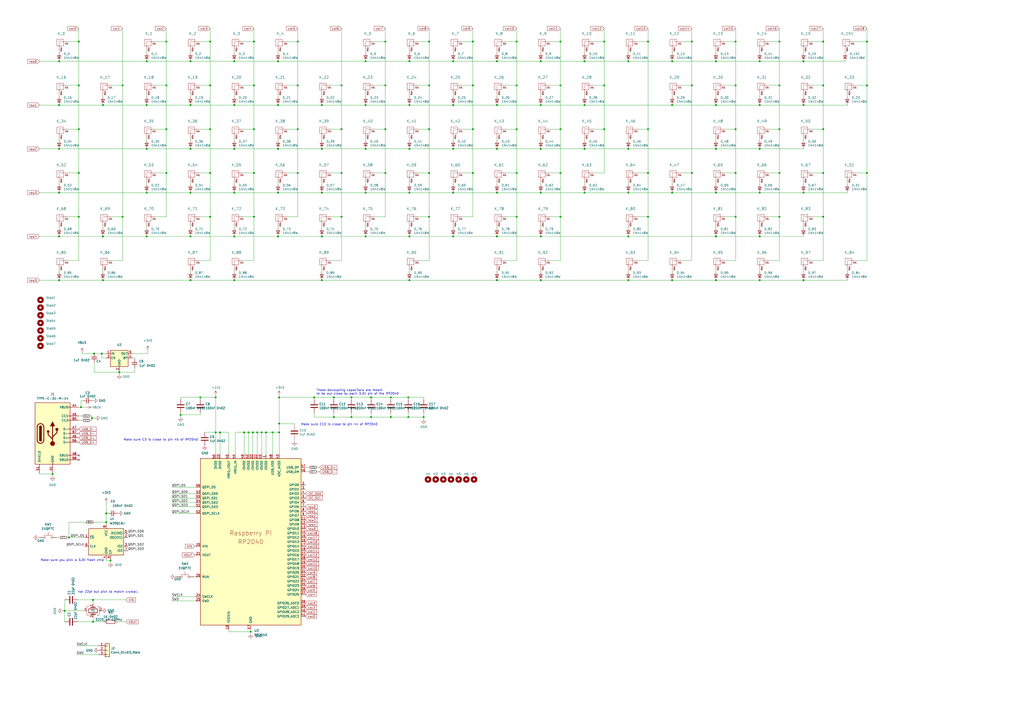
<source format=kicad_sch>
(kicad_sch (version 20211123) (generator eeschema)
  (paper "A2")
  (junction (at 45.72 24.13))
  (junction (at 223.52 49.53))
  (junction (at 59.69 137.16))
  (junction (at 96.52 49.53))
  (junction (at 30.48 274.955))
  (junction (at 85.09 111.76))
  (junction (at 135.89 86.36))
  (junction (at 477.52 49.53))
  (junction (at 34.29 60.96))
  (junction (at 477.52 74.93))
  (junction (at 110.49 86.36))
  (junction (at 288.29 137.16))
  (junction (at 135.89 137.16))
  (junction (at 53.975 360.68))
  (junction (at 135.89 60.96))
  (junction (at 34.29 35.56))
  (junction (at 121.92 24.13))
  (junction (at 45.72 74.93))
  (junction (at 161.29 35.56))
  (junction (at 53.34 242.57))
  (junction (at 161.29 60.96))
  (junction (at 237.49 86.36))
  (junction (at 325.12 125.73))
  (junction (at 34.29 162.56))
  (junction (at 288.29 111.76))
  (junction (at 452.12 100.33))
  (junction (at 172.72 24.13))
  (junction (at 172.72 100.33))
  (junction (at 110.49 111.76))
  (junction (at 186.69 60.96))
  (junction (at 110.49 162.56))
  (junction (at 313.69 86.36))
  (junction (at 193.675 230.505))
  (junction (at 127.635 250.825))
  (junction (at 172.72 74.93))
  (junction (at 96.52 24.13))
  (junction (at 262.89 35.56))
  (junction (at 248.92 100.33))
  (junction (at 144.145 250.825))
  (junction (at 466.09 35.56))
  (junction (at 61.595 302.895))
  (junction (at 215.265 241.935))
  (junction (at 440.69 111.76))
  (junction (at 274.32 74.93))
  (junction (at 61.595 297.815))
  (junction (at 110.49 137.16))
  (junction (at 135.89 35.56))
  (junction (at 299.72 74.93))
  (junction (at 262.89 60.96))
  (junction (at 375.92 24.13))
  (junction (at 237.49 35.56))
  (junction (at 477.52 125.73))
  (junction (at 147.32 49.53))
  (junction (at 96.52 74.93))
  (junction (at 151.765 250.825))
  (junction (at 145.415 366.395))
  (junction (at 375.92 125.73))
  (junction (at 186.69 86.36))
  (junction (at 415.29 35.56))
  (junction (at 389.89 35.56))
  (junction (at 466.09 60.96))
  (junction (at 186.69 111.76))
  (junction (at 71.12 125.73))
  (junction (at 223.52 24.13))
  (junction (at 161.29 137.16))
  (junction (at 64.135 325.12))
  (junction (at 212.09 60.96))
  (junction (at 415.29 86.36))
  (junction (at 59.055 205.105))
  (junction (at 186.69 137.16))
  (junction (at 182.245 230.505))
  (junction (at 313.69 137.16))
  (junction (at 440.69 35.56))
  (junction (at 85.09 35.56))
  (junction (at 248.92 49.53))
  (junction (at 274.32 24.13))
  (junction (at 161.925 245.745))
  (junction (at 248.92 125.73))
  (junction (at 415.29 111.76))
  (junction (at 364.49 35.56))
  (junction (at 198.12 74.93))
  (junction (at 146.685 250.825))
  (junction (at 85.09 86.36))
  (junction (at 389.89 111.76))
  (junction (at 313.69 60.96))
  (junction (at 45.72 125.73))
  (junction (at 172.72 49.53))
  (junction (at 325.12 49.53))
  (junction (at 59.69 60.96))
  (junction (at 54.61 205.105))
  (junction (at 198.12 100.33))
  (junction (at 34.29 137.16))
  (junction (at 401.32 24.13))
  (junction (at 141.605 250.825))
  (junction (at 452.12 74.93))
  (junction (at 161.925 250.825))
  (junction (at 198.12 49.53))
  (junction (at 212.09 35.56))
  (junction (at 236.855 230.505))
  (junction (at 401.32 100.33))
  (junction (at 121.92 125.73))
  (junction (at 325.12 100.33))
  (junction (at 85.09 137.16))
  (junction (at 125.095 230.505))
  (junction (at 121.92 100.33))
  (junction (at 161.29 111.76))
  (junction (at 426.72 49.53))
  (junction (at 135.89 111.76))
  (junction (at 34.29 111.76))
  (junction (at 226.695 230.505))
  (junction (at 299.72 100.33))
  (junction (at 121.92 49.53))
  (junction (at 212.09 137.16))
  (junction (at 375.92 74.93))
  (junction (at 135.89 162.56))
  (junction (at 415.29 60.96))
  (junction (at 502.92 49.53))
  (junction (at 502.92 24.13))
  (junction (at 237.49 162.56))
  (junction (at 350.52 24.13))
  (junction (at 193.675 241.935))
  (junction (at 69.215 215.9))
  (junction (at 288.29 60.96))
  (junction (at 288.29 86.36))
  (junction (at 46.99 236.22))
  (junction (at 40.005 311.785))
  (junction (at 339.09 60.96))
  (junction (at 226.695 241.935))
  (junction (at 212.09 86.36))
  (junction (at 502.92 100.33))
  (junction (at 440.69 137.16))
  (junction (at 350.52 49.53))
  (junction (at 203.835 230.505))
  (junction (at 71.12 49.53))
  (junction (at 45.72 100.33))
  (junction (at 223.52 74.93))
  (junction (at 440.69 162.56))
  (junction (at 426.72 100.33))
  (junction (at 299.72 24.13))
  (junction (at 147.32 100.33))
  (junction (at 96.52 100.33))
  (junction (at 274.32 100.33))
  (junction (at 223.52 100.33))
  (junction (at 248.92 74.93))
  (junction (at 339.09 86.36))
  (junction (at 158.115 250.825))
  (junction (at 375.92 100.33))
  (junction (at 440.69 86.36))
  (junction (at 104.775 240.665))
  (junction (at 212.09 111.76))
  (junction (at 364.49 111.76))
  (junction (at 477.52 100.33))
  (junction (at 452.12 24.13))
  (junction (at 466.09 111.76))
  (junction (at 186.69 162.56))
  (junction (at 313.69 35.56))
  (junction (at 116.205 230.505))
  (junction (at 325.12 74.93))
  (junction (at 161.29 86.36))
  (junction (at 274.32 49.53))
  (junction (at 415.29 162.56))
  (junction (at 53.975 347.98))
  (junction (at 325.12 24.13))
  (junction (at 147.32 24.13))
  (junction (at 452.12 125.73))
  (junction (at 237.49 137.16))
  (junction (at 198.12 125.73))
  (junction (at 45.72 49.53))
  (junction (at 161.925 230.505))
  (junction (at 149.225 250.825))
  (junction (at 426.72 24.13))
  (junction (at 37.465 354.33))
  (junction (at 262.89 111.76))
  (junction (at 262.89 86.36))
  (junction (at 299.72 49.53))
  (junction (at 364.49 86.36))
  (junction (at 288.29 162.56))
  (junction (at 215.265 230.505))
  (junction (at 248.92 24.13))
  (junction (at 364.49 162.56))
  (junction (at 237.49 60.96))
  (junction (at 237.49 111.76))
  (junction (at 313.69 111.76))
  (junction (at 147.32 74.93))
  (junction (at 339.09 111.76))
  (junction (at 440.69 60.96))
  (junction (at 426.72 125.73))
  (junction (at 125.095 250.825))
  (junction (at 350.52 74.93))
  (junction (at 34.29 86.36))
  (junction (at 339.09 35.56))
  (junction (at 313.69 162.56))
  (junction (at 110.49 60.96))
  (junction (at 299.72 125.73))
  (junction (at 110.49 35.56))
  (junction (at 452.12 49.53))
  (junction (at 245.745 241.935))
  (junction (at 477.52 24.13))
  (junction (at 364.49 137.16))
  (junction (at 147.32 125.73))
  (junction (at 401.32 49.53))
  (junction (at 121.92 74.93))
  (junction (at 203.835 241.935))
  (junction (at 262.89 137.16))
  (junction (at 426.72 74.93))
  (junction (at 154.305 250.825))
  (junction (at 389.89 60.96))
  (junction (at 466.09 162.56))
  (junction (at 288.29 35.56))
  (junction (at 389.89 162.56))
  (junction (at 415.29 137.16))
  (junction (at 85.09 60.96))
  (junction (at 236.855 241.935))
  (junction (at 59.69 162.56))
  (no_connect (at 45.72 264.16))
  (no_connect (at 45.72 266.7))
  (wire (pts (xy 115.57 49.53) (xy 121.92 49.53)))
  (wire (pts (xy 426.72 125.73) (xy 426.72 100.33)))
  (wire (pts (xy 170.815 254.635) (xy 170.815 255.905)))
  (wire (pts (xy 212.09 60.96) (xy 237.49 60.96)))
  (wire (pts (xy 54.61 302.895) (xy 61.595 302.895)))
  (wire (pts (xy 145.415 366.395) (xy 145.415 367.665)))
  (wire (pts (xy 375.92 151.13) (xy 375.92 125.73)))
  (wire (pts (xy 288.29 130.81) (xy 288.29 132.08)))
  (wire (pts (xy 262.89 80.01) (xy 262.89 81.28)))
  (wire (pts (xy 186.69 86.36) (xy 212.09 86.36)))
  (wire (pts (xy 154.305 250.825) (xy 154.305 263.525)))
  (wire (pts (xy 104.775 240.665) (xy 104.775 241.935)))
  (wire (pts (xy 135.89 162.56) (xy 186.69 162.56)))
  (wire (pts (xy 52.705 243.84) (xy 53.34 243.84)))
  (wire (pts (xy 415.29 54.61) (xy 415.29 55.88)))
  (wire (pts (xy 147.32 74.93) (xy 147.32 49.53)))
  (wire (pts (xy 161.29 60.96) (xy 186.69 60.96)))
  (wire (pts (xy 90.17 24.13) (xy 96.52 24.13)))
  (wire (pts (xy 415.29 60.96) (xy 440.69 60.96)))
  (wire (pts (xy 452.12 24.13) (xy 452.12 49.53)))
  (wire (pts (xy 191.77 49.53) (xy 198.12 49.53)))
  (wire (pts (xy 267.97 100.33) (xy 274.32 100.33)))
  (wire (pts (xy 445.77 24.13) (xy 452.12 24.13)))
  (wire (pts (xy 242.57 125.73) (xy 248.92 125.73)))
  (wire (pts (xy 166.37 74.93) (xy 172.72 74.93)))
  (wire (pts (xy 288.29 29.21) (xy 288.29 30.48)))
  (wire (pts (xy 440.69 105.41) (xy 440.69 106.68)))
  (wire (pts (xy 34.29 162.56) (xy 59.69 162.56)))
  (wire (pts (xy 172.72 125.73) (xy 172.72 100.33)))
  (wire (pts (xy 64.135 325.12) (xy 61.595 325.12)))
  (wire (pts (xy 502.92 100.33) (xy 502.92 49.53)))
  (wire (pts (xy 34.29 29.21) (xy 34.29 30.48)))
  (wire (pts (xy 99.695 288.925) (xy 113.665 288.925)))
  (wire (pts (xy 161.29 105.41) (xy 161.29 106.68)))
  (wire (pts (xy 48.26 232.41) (xy 46.99 232.41)))
  (wire (pts (xy 45.72 151.13) (xy 45.72 125.73)))
  (wire (pts (xy 299.72 24.13) (xy 299.72 49.53)))
  (wire (pts (xy 325.12 100.33) (xy 325.12 74.93)))
  (wire (pts (xy 262.89 29.21) (xy 262.89 30.48)))
  (wire (pts (xy 262.89 130.81) (xy 262.89 132.08)))
  (wire (pts (xy 34.29 105.41) (xy 34.29 106.68)))
  (wire (pts (xy 121.92 100.33) (xy 121.92 74.93)))
  (wire (pts (xy 299.72 151.13) (xy 299.72 125.73)))
  (wire (pts (xy 318.77 49.53) (xy 325.12 49.53)))
  (wire (pts (xy 223.52 16.51) (xy 223.52 24.13)))
  (wire (pts (xy 151.765 250.825) (xy 154.305 250.825)))
  (wire (pts (xy 34.29 111.76) (xy 85.09 111.76)))
  (wire (pts (xy 136.525 250.825) (xy 141.605 250.825)))
  (wire (pts (xy 40.005 302.895) (xy 40.005 311.785)))
  (wire (pts (xy 121.92 16.51) (xy 121.92 24.13)))
  (wire (pts (xy 110.49 162.56) (xy 135.89 162.56)))
  (wire (pts (xy 172.72 24.13) (xy 172.72 49.53)))
  (wire (pts (xy 85.09 86.36) (xy 110.49 86.36)))
  (wire (pts (xy 236.855 241.935) (xy 226.695 241.935)))
  (wire (pts (xy 248.92 125.73) (xy 248.92 100.33)))
  (wire (pts (xy 182.245 239.395) (xy 182.245 241.935)))
  (wire (pts (xy 452.12 100.33) (xy 452.12 74.93)))
  (wire (pts (xy 45.72 125.73) (xy 45.72 100.33)))
  (wire (pts (xy 85.09 35.56) (xy 110.49 35.56)))
  (wire (pts (xy 185.42 273.685) (xy 184.15 273.685)))
  (wire (pts (xy 440.69 111.76) (xy 466.09 111.76)))
  (wire (pts (xy 141.605 263.525) (xy 141.605 250.825)))
  (wire (pts (xy 125.095 229.235) (xy 125.095 230.505)))
  (wire (pts (xy 104.775 230.505) (xy 116.205 230.505)))
  (wire (pts (xy 217.17 24.13) (xy 223.52 24.13)))
  (wire (pts (xy 471.17 125.73) (xy 477.52 125.73)))
  (wire (pts (xy 64.77 49.53) (xy 71.12 49.53)))
  (wire (pts (xy 415.29 137.16) (xy 440.69 137.16)))
  (wire (pts (xy 215.265 239.395) (xy 215.265 241.935)))
  (wire (pts (xy 236.855 239.395) (xy 236.855 241.935)))
  (wire (pts (xy 445.77 74.93) (xy 452.12 74.93)))
  (wire (pts (xy 110.49 54.61) (xy 110.49 55.88)))
  (wire (pts (xy 369.57 151.13) (xy 375.92 151.13)))
  (wire (pts (xy 375.92 24.13) (xy 375.92 74.93)))
  (wire (pts (xy 198.12 16.51) (xy 198.12 49.53)))
  (wire (pts (xy 132.715 263.525) (xy 132.715 250.825)))
  (wire (pts (xy 477.52 151.13) (xy 477.52 125.73)))
  (wire (pts (xy 85.09 137.16) (xy 110.49 137.16)))
  (wire (pts (xy 69.215 215.9) (xy 78.105 215.9)))
  (wire (pts (xy 339.09 80.01) (xy 339.09 81.28)))
  (wire (pts (xy 293.37 74.93) (xy 299.72 74.93)))
  (wire (pts (xy 299.72 74.93) (xy 299.72 49.53)))
  (wire (pts (xy 40.005 311.785) (xy 48.895 311.785)))
  (wire (pts (xy 85.09 60.96) (xy 110.49 60.96)))
  (wire (pts (xy 293.37 151.13) (xy 299.72 151.13)))
  (wire (pts (xy 78.105 207.645) (xy 78.105 208.28)))
  (wire (pts (xy 85.09 130.81) (xy 85.09 132.08)))
  (wire (pts (xy 293.37 125.73) (xy 299.72 125.73)))
  (wire (pts (xy 389.89 60.96) (xy 415.29 60.96)))
  (wire (pts (xy 466.09 130.81) (xy 466.09 132.08)))
  (wire (pts (xy 76.835 207.645) (xy 78.105 207.645)))
  (wire (pts (xy 71.12 16.51) (xy 71.12 49.53)))
  (wire (pts (xy 212.09 105.41) (xy 212.09 106.68)))
  (wire (pts (xy 115.57 151.13) (xy 121.92 151.13)))
  (wire (pts (xy 212.09 130.81) (xy 212.09 132.08)))
  (wire (pts (xy 293.37 24.13) (xy 299.72 24.13)))
  (wire (pts (xy 39.37 151.13) (xy 45.72 151.13)))
  (wire (pts (xy 452.12 16.51) (xy 452.12 24.13)))
  (wire (pts (xy 226.695 231.775) (xy 226.695 230.505)))
  (wire (pts (xy 440.69 86.36) (xy 466.09 86.36)))
  (wire (pts (xy 325.12 24.13) (xy 325.12 49.53)))
  (wire (pts (xy 466.09 111.76) (xy 491.49 111.76)))
  (wire (pts (xy 236.855 230.505) (xy 245.745 230.505)))
  (wire (pts (xy 350.52 100.33) (xy 350.52 74.93)))
  (wire (pts (xy 415.29 156.21) (xy 415.29 157.48)))
  (wire (pts (xy 491.49 54.61) (xy 491.49 55.88)))
  (wire (pts (xy 90.17 74.93) (xy 96.52 74.93)))
  (wire (pts (xy 64.77 125.73) (xy 71.12 125.73)))
  (wire (pts (xy 90.17 125.73) (xy 96.52 125.73)))
  (wire (pts (xy 288.29 80.01) (xy 288.29 81.28)))
  (wire (pts (xy 47.625 205.105) (xy 47.625 204.47)))
  (wire (pts (xy 217.17 125.73) (xy 223.52 125.73)))
  (wire (pts (xy 166.37 100.33) (xy 172.72 100.33)))
  (wire (pts (xy 61.595 302.895) (xy 61.595 304.165)))
  (wire (pts (xy 90.17 100.33) (xy 96.52 100.33)))
  (wire (pts (xy 34.29 137.16) (xy 59.69 137.16)))
  (wire (pts (xy 96.52 100.33) (xy 96.52 74.93)))
  (wire (pts (xy 99.695 286.385) (xy 113.665 286.385)))
  (wire (pts (xy 161.29 111.76) (xy 186.69 111.76)))
  (wire (pts (xy 325.12 151.13) (xy 325.12 125.73)))
  (wire (pts (xy 212.09 137.16) (xy 237.49 137.16)))
  (wire (pts (xy 146.685 250.825) (xy 149.225 250.825)))
  (wire (pts (xy 45.72 236.22) (xy 46.99 236.22)))
  (wire (pts (xy 375.92 125.73) (xy 375.92 100.33)))
  (wire (pts (xy 262.89 60.96) (xy 288.29 60.96)))
  (wire (pts (xy 364.49 35.56) (xy 389.89 35.56)))
  (wire (pts (xy 182.245 230.505) (xy 193.675 230.505)))
  (wire (pts (xy 223.52 125.73) (xy 223.52 100.33)))
  (wire (pts (xy 401.32 16.51) (xy 401.32 24.13)))
  (wire (pts (xy 127.635 263.525) (xy 127.635 250.825)))
  (wire (pts (xy 85.725 205.105) (xy 76.835 205.105)))
  (wire (pts (xy 215.265 231.775) (xy 215.265 230.505)))
  (wire (pts (xy 288.29 137.16) (xy 313.69 137.16)))
  (wire (pts (xy 369.57 125.73) (xy 375.92 125.73)))
  (wire (pts (xy 452.12 151.13) (xy 452.12 125.73)))
  (wire (pts (xy 37.465 360.68) (xy 37.465 354.33)))
  (wire (pts (xy 149.225 250.825) (xy 151.765 250.825)))
  (wire (pts (xy 274.32 125.73) (xy 274.32 100.33)))
  (wire (pts (xy 45.72 241.3) (xy 47.625 241.3)))
  (wire (pts (xy 426.72 74.93) (xy 426.72 49.53)))
  (wire (pts (xy 325.12 74.93) (xy 325.12 49.53)))
  (wire (pts (xy 350.52 24.13) (xy 350.52 49.53)))
  (wire (pts (xy 186.69 156.21) (xy 186.69 157.48)))
  (wire (pts (xy 242.57 24.13) (xy 248.92 24.13)))
  (wire (pts (xy 140.97 100.33) (xy 147.32 100.33)))
  (wire (pts (xy 127.635 250.825) (xy 125.095 250.825)))
  (wire (pts (xy 140.97 74.93) (xy 147.32 74.93)))
  (wire (pts (xy 452.12 74.93) (xy 452.12 49.53)))
  (wire (pts (xy 125.095 230.505) (xy 125.095 250.825)))
  (wire (pts (xy 440.69 137.16) (xy 466.09 137.16)))
  (wire (pts (xy 182.245 241.935) (xy 193.675 241.935)))
  (wire (pts (xy 53.34 242.57) (xy 55.245 242.57)))
  (wire (pts (xy 215.265 230.505) (xy 226.695 230.505)))
  (wire (pts (xy 502.92 151.13) (xy 502.92 100.33)))
  (wire (pts (xy 415.29 111.76) (xy 440.69 111.76)))
  (wire (pts (xy 313.69 54.61) (xy 313.69 55.88)))
  (wire (pts (xy 495.3 24.13) (xy 502.92 24.13)))
  (wire (pts (xy 267.97 74.93) (xy 274.32 74.93)))
  (wire (pts (xy 193.675 231.775) (xy 193.675 230.505)))
  (wire (pts (xy 96.52 74.93) (xy 96.52 49.53)))
  (wire (pts (xy 313.69 156.21) (xy 313.69 157.48)))
  (wire (pts (xy 90.17 49.53) (xy 96.52 49.53)))
  (wire (pts (xy 115.57 125.73) (xy 121.92 125.73)))
  (wire (pts (xy 440.69 60.96) (xy 466.09 60.96)))
  (wire (pts (xy 339.09 111.76) (xy 364.49 111.76)))
  (wire (pts (xy 52.705 241.3) (xy 53.34 241.3)))
  (wire (pts (xy 135.89 105.41) (xy 135.89 106.68)))
  (wire (pts (xy 440.69 156.21) (xy 440.69 157.48)))
  (wire (pts (xy 112.395 334.645) (xy 113.665 334.645)))
  (wire (pts (xy 389.89 156.21) (xy 389.89 157.48)))
  (wire (pts (xy 34.29 35.56) (xy 85.09 35.56)))
  (wire (pts (xy 491.49 156.21) (xy 491.49 157.48)))
  (wire (pts (xy 288.29 111.76) (xy 313.69 111.76)))
  (wire (pts (xy 466.09 105.41) (xy 466.09 106.68)))
  (wire (pts (xy 245.745 239.395) (xy 245.745 241.935)))
  (wire (pts (xy 262.89 54.61) (xy 262.89 55.88)))
  (wire (pts (xy 203.835 230.505) (xy 215.265 230.505)))
  (wire (pts (xy 145.415 365.125) (xy 145.415 366.395)))
  (wire (pts (xy 116.205 230.505) (xy 125.095 230.505)))
  (wire (pts (xy 325.12 16.51) (xy 325.12 24.13)))
  (wire (pts (xy 144.145 250.825) (xy 146.685 250.825)))
  (wire (pts (xy 389.89 54.61) (xy 389.89 55.88)))
  (wire (pts (xy 132.715 365.125) (xy 132.715 366.395)))
  (wire (pts (xy 288.29 60.96) (xy 313.69 60.96)))
  (wire (pts (xy 146.685 263.525) (xy 146.685 250.825)))
  (wire (pts (xy 440.69 29.21) (xy 440.69 30.48)))
  (wire (pts (xy 369.57 24.13) (xy 375.92 24.13)))
  (wire (pts (xy 401.32 24.13) (xy 401.32 49.53)))
  (wire (pts (xy 115.57 24.13) (xy 121.92 24.13)))
  (wire (pts (xy 22.86 86.36) (xy 34.29 86.36)))
  (wire (pts (xy 161.925 230.505) (xy 161.925 245.745)))
  (wire (pts (xy 420.37 49.53) (xy 426.72 49.53)))
  (wire (pts (xy 245.745 243.205) (xy 245.745 241.935)))
  (wire (pts (xy 149.225 263.525) (xy 149.225 250.825)))
  (wire (pts (xy 64.135 325.12) (xy 64.135 326.39)))
  (wire (pts (xy 161.925 245.745) (xy 170.815 245.745)))
  (wire (pts (xy 59.69 162.56) (xy 110.49 162.56)))
  (wire (pts (xy 161.29 130.81) (xy 161.29 132.08)))
  (wire (pts (xy 37.465 354.33) (xy 36.195 354.33)))
  (wire (pts (xy 198.12 151.13) (xy 198.12 125.73)))
  (wire (pts (xy 22.86 60.96) (xy 34.29 60.96)))
  (wire (pts (xy 172.72 16.51) (xy 172.72 24.13)))
  (wire (pts (xy 121.92 24.13) (xy 121.92 49.53)))
  (wire (pts (xy 267.97 24.13) (xy 274.32 24.13)))
  (wire (pts (xy 30.48 274.955) (xy 30.48 276.225)))
  (wire (pts (xy 389.89 35.56) (xy 415.29 35.56)))
  (wire (pts (xy 440.69 130.81) (xy 440.69 132.08)))
  (wire (pts (xy 39.37 311.785) (xy 40.005 311.785)))
  (wire (pts (xy 182.245 231.775) (xy 182.245 230.505)))
  (wire (pts (xy 135.89 137.16) (xy 161.29 137.16)))
  (wire (pts (xy 110.49 60.96) (xy 135.89 60.96)))
  (wire (pts (xy 193.675 241.935) (xy 203.835 241.935)))
  (wire (pts (xy 39.37 74.93) (xy 45.72 74.93)))
  (wire (pts (xy 116.205 231.775) (xy 116.205 230.505)))
  (wire (pts (xy 39.37 100.33) (xy 45.72 100.33)))
  (wire (pts (xy 59.69 54.61) (xy 59.69 55.88)))
  (wire (pts (xy 135.89 111.76) (xy 161.29 111.76)))
  (wire (pts (xy 135.89 130.81) (xy 135.89 132.08)))
  (wire (pts (xy 154.305 250.825) (xy 158.115 250.825)))
  (wire (pts (xy 415.29 86.36) (xy 440.69 86.36)))
  (wire (pts (xy 161.29 80.01) (xy 161.29 81.28)))
  (wire (pts (xy 274.32 74.93) (xy 274.32 49.53)))
  (wire (pts (xy 34.29 60.96) (xy 59.69 60.96)))
  (wire (pts (xy 288.29 54.61) (xy 288.29 55.88)))
  (wire (pts (xy 339.09 35.56) (xy 364.49 35.56)))
  (wire (pts (xy 262.89 137.16) (xy 288.29 137.16)))
  (wire (pts (xy 477.52 74.93) (xy 477.52 49.53)))
  (wire (pts (xy 415.29 105.41) (xy 415.29 106.68)))
  (wire (pts (xy 248.92 151.13) (xy 248.92 125.73)))
  (wire (pts (xy 452.12 125.73) (xy 452.12 100.33)))
  (wire (pts (xy 313.69 130.81) (xy 313.69 132.08)))
  (wire (pts (xy 440.69 162.56) (xy 466.09 162.56)))
  (wire (pts (xy 135.89 29.21) (xy 135.89 30.48)))
  (wire (pts (xy 267.97 49.53) (xy 274.32 49.53)))
  (wire (pts (xy 364.49 111.76) (xy 389.89 111.76)))
  (wire (pts (xy 132.715 250.825) (xy 127.635 250.825)))
  (wire (pts (xy 274.32 24.13) (xy 274.32 49.53)))
  (wire (pts (xy 212.09 54.61) (xy 212.09 55.88)))
  (wire (pts (xy 186.69 137.16) (xy 212.09 137.16)))
  (wire (pts (xy 85.09 54.61) (xy 85.09 55.88)))
  (wire (pts (xy 237.49 80.01) (xy 237.49 81.28)))
  (wire (pts (xy 223.52 24.13) (xy 223.52 49.53)))
  (wire (pts (xy 64.135 324.485) (xy 64.135 325.12)))
  (wire (pts (xy 53.975 350.52) (xy 53.975 347.98)))
  (wire (pts (xy 242.57 151.13) (xy 248.92 151.13)))
  (wire (pts (xy 237.49 54.61) (xy 237.49 55.88)))
  (wire (pts (xy 415.29 162.56) (xy 440.69 162.56)))
  (wire (pts (xy 147.32 151.13) (xy 147.32 125.73)))
  (wire (pts (xy 46.99 236.22) (xy 50.165 236.22)))
  (wire (pts (xy 477.52 24.13) (xy 477.52 49.53)))
  (wire (pts (xy 179.07 273.685) (xy 177.165 273.685)))
  (wire (pts (xy 191.77 151.13) (xy 198.12 151.13)))
  (wire (pts (xy 440.69 80.01) (xy 440.69 81.28)))
  (wire (pts (xy 212.09 86.36) (xy 237.49 86.36)))
  (wire (pts (xy 426.72 16.51) (xy 426.72 24.13)))
  (wire (pts (xy 466.09 80.01) (xy 466.09 81.28)))
  (wire (pts (xy 318.77 74.93) (xy 325.12 74.93)))
  (wire (pts (xy 61.595 207.645) (xy 59.055 207.645)))
  (wire (pts (xy 299.72 100.33) (xy 299.72 74.93)))
  (wire (pts (xy 113.03 316.865) (xy 113.665 316.865)))
  (wire (pts (xy 339.09 86.36) (xy 364.49 86.36)))
  (wire (pts (xy 54.61 205.105) (xy 59.055 205.105)))
  (wire (pts (xy 110.49 130.81) (xy 110.49 132.08)))
  (wire (pts (xy 191.77 100.33) (xy 198.12 100.33)))
  (wire (pts (xy 288.29 156.21) (xy 288.29 157.48)))
  (wire (pts (xy 212.09 29.21) (xy 212.09 30.48)))
  (wire (pts (xy 350.52 16.51) (xy 350.52 24.13)))
  (wire (pts (xy 96.52 24.13) (xy 96.52 49.53)))
  (wire (pts (xy 203.835 239.395) (xy 203.835 241.935)))
  (wire (pts (xy 466.09 60.96) (xy 491.49 60.96)))
  (wire (pts (xy 313.69 137.16) (xy 364.49 137.16)))
  (wire (pts (xy 53.34 232.41) (xy 53.975 232.41)))
  (wire (pts (xy 34.29 54.61) (xy 34.29 55.88)))
  (wire (pts (xy 198.12 100.33) (xy 198.12 74.93)))
  (wire (pts (xy 364.49 162.56) (xy 389.89 162.56)))
  (wire (pts (xy 67.945 297.815) (xy 68.58 297.815)))
  (wire (pts (xy 61.595 325.12) (xy 61.595 324.485)))
  (wire (pts (xy 389.89 162.56) (xy 415.29 162.56)))
  (wire (pts (xy 64.77 151.13) (xy 71.12 151.13)))
  (wire (pts (xy 96.52 125.73) (xy 96.52 100.33)))
  (wire (pts (xy 496.57 100.33) (xy 502.92 100.33)))
  (wire (pts (xy 62.865 297.815) (xy 61.595 297.815)))
  (wire (pts (xy 212.09 80.01) (xy 212.09 81.28)))
  (wire (pts (xy 135.89 86.36) (xy 161.29 86.36)))
  (wire (pts (xy 104.775 240.665) (xy 116.205 240.665)))
  (wire (pts (xy 54.61 215.9) (xy 54.61 210.185)))
  (wire (pts (xy 113.665 346.075) (xy 99.695 346.075)))
  (wire (pts (xy 198.12 74.93) (xy 198.12 49.53)))
  (wire (pts (xy 147.32 16.51) (xy 147.32 24.13)))
  (wire (pts (xy 313.69 60.96) (xy 339.09 60.96)))
  (wire (pts (xy 22.86 35.56) (xy 34.29 35.56)))
  (wire (pts (xy 161.29 35.56) (xy 212.09 35.56)))
  (wire (pts (xy 191.77 74.93) (xy 198.12 74.93)))
  (wire (pts (xy 69.215 215.9) (xy 69.215 215.265)))
  (wire (pts (xy 110.49 156.21) (xy 110.49 157.48)))
  (wire (pts (xy 226.695 230.505) (xy 236.855 230.505)))
  (wire (pts (xy 217.17 100.33) (xy 223.52 100.33)))
  (wire (pts (xy 288.29 35.56) (xy 313.69 35.56)))
  (wire (pts (xy 67.945 360.68) (xy 73.025 360.68)))
  (wire (pts (xy 45.72 16.51) (xy 45.72 24.13)))
  (wire (pts (xy 394.97 100.33) (xy 401.32 100.33)))
  (wire (pts (xy 502.92 16.51) (xy 502.92 24.13)))
  (wire (pts (xy 49.53 302.895) (xy 40.005 302.895)))
  (wire (pts (xy 53.975 360.68) (xy 53.975 358.14)))
  (wire (pts (xy 242.57 100.33) (xy 248.92 100.33)))
  (wire (pts (xy 166.37 125.73) (xy 172.72 125.73)))
  (wire (pts (xy 59.69 137.16) (xy 85.09 137.16)))
  (wire (pts (xy 135.89 60.96) (xy 161.29 60.96)))
  (wire (pts (xy 71.12 151.13) (xy 71.12 125.73)))
  (wire (pts (xy 215.265 241.935) (xy 203.835 241.935)))
  (wire (pts (xy 141.605 250.825) (xy 144.145 250.825)))
  (wire (pts (xy 477.52 125.73) (xy 477.52 100.33)))
  (wire (pts (xy 185.42 271.145) (xy 184.15 271.145)))
  (wire (pts (xy 78.105 213.36) (xy 78.105 215.9)))
  (wire (pts (xy 45.085 347.98) (xy 53.975 347.98)))
  (wire (pts (xy 53.34 241.3) (xy 53.34 242.57)))
  (wire (pts (xy 166.37 24.13) (xy 172.72 24.13)))
  (wire (pts (xy 262.89 86.36) (xy 288.29 86.36)))
  (wire (pts (xy 248.92 16.51) (xy 248.92 24.13)))
  (wire (pts (xy 420.37 151.13) (xy 426.72 151.13)))
  (wire (pts (xy 223.52 100.33) (xy 223.52 74.93)))
  (wire (pts (xy 369.57 100.33) (xy 375.92 100.33)))
  (wire (pts (xy 237.49 156.21) (xy 237.49 157.48)))
  (wire (pts (xy 288.29 105.41) (xy 288.29 106.68)))
  (wire (pts (xy 161.29 137.16) (xy 186.69 137.16)))
  (wire (pts (xy 30.48 274.32) (xy 30.48 274.955)))
  (wire (pts (xy 445.77 49.53) (xy 452.12 49.53)))
  (wire (pts (xy 426.72 100.33) (xy 426.72 74.93)))
  (wire (pts (xy 313.69 105.41) (xy 313.69 106.68)))
  (wire (pts (xy 61.595 291.465) (xy 61.595 297.815)))
  (wire (pts (xy 344.17 100.33) (xy 350.52 100.33)))
  (wire (pts (xy 318.77 125.73) (xy 325.12 125.73)))
  (wire (pts (xy 140.97 125.73) (xy 147.32 125.73)))
  (wire (pts (xy 496.57 49.53) (xy 502.92 49.53)))
  (wire (pts (xy 440.69 54.61) (xy 440.69 55.88)))
  (wire (pts (xy 318.77 151.13) (xy 325.12 151.13)))
  (wire (pts (xy 85.09 80.01) (xy 85.09 81.28)))
  (wire (pts (xy 59.69 60.96) (xy 85.09 60.96)))
  (wire (pts (xy 69.215 217.17) (xy 69.215 215.9)))
  (wire (pts (xy 364.49 130.81) (xy 364.49 132.08)))
  (wire (pts (xy 471.17 74.93) (xy 477.52 74.93)))
  (wire (pts (xy 132.715 366.395) (xy 145.415 366.395)))
  (wire (pts (xy 313.69 162.56) (xy 364.49 162.56)))
  (wire (pts (xy 45.72 24.13) (xy 45.72 49.53)))
  (wire (pts (xy 262.89 111.76) (xy 288.29 111.76)))
  (wire (pts (xy 466.09 162.56) (xy 491.49 162.56)))
  (wire (pts (xy 53.975 347.98) (xy 73.025 347.98)))
  (wire (pts (xy 394.97 49.53) (xy 401.32 49.53)))
  (wire (pts (xy 61.595 297.815) (xy 61.595 302.895)))
  (wire (pts (xy 34.29 80.01) (xy 34.29 81.28)))
  (wire (pts (xy 445.77 151.13) (xy 452.12 151.13)))
  (wire (pts (xy 54.61 215.9) (xy 69.215 215.9)))
  (wire (pts (xy 466.09 54.61) (xy 466.09 55.88)))
  (wire (pts (xy 39.37 24.13) (xy 45.72 24.13)))
  (wire (pts (xy 110.49 35.56) (xy 135.89 35.56)))
  (wire (pts (xy 110.49 86.36) (xy 135.89 86.36)))
  (wire (pts (xy 110.49 105.41) (xy 110.49 106.68)))
  (wire (pts (xy 45.72 100.33) (xy 45.72 74.93)))
  (wire (pts (xy 186.69 60.96) (xy 212.09 60.96)))
  (wire (pts (xy 339.09 60.96) (xy 389.89 60.96)))
  (wire (pts (xy 415.29 130.81) (xy 415.29 132.08)))
  (wire (pts (xy 245.745 230.505) (xy 245.745 231.775)))
  (wire (pts (xy 471.17 49.53) (xy 477.52 49.53)))
  (wire (pts (xy 491.49 105.41) (xy 491.49 106.68)))
  (wire (pts (xy 420.37 24.13) (xy 426.72 24.13)))
  (wire (pts (xy 170.815 247.015) (xy 170.815 245.745)))
  (wire (pts (xy 466.09 35.56) (xy 490.22 35.56)))
  (wire (pts (xy 121.92 125.73) (xy 121.92 100.33)))
  (wire (pts (xy 113.665 282.575) (xy 99.695 282.575)))
  (wire (pts (xy 115.57 100.33) (xy 121.92 100.33)))
  (wire (pts (xy 389.89 29.21) (xy 389.89 30.48)))
  (wire (pts (xy 364.49 29.21) (xy 364.49 30.48)))
  (wire (pts (xy 502.92 24.13) (xy 502.92 49.53)))
  (wire (pts (xy 262.89 105.41) (xy 262.89 106.68)))
  (wire (pts (xy 471.17 151.13) (xy 477.52 151.13)))
  (wire (pts (xy 172.72 100.33) (xy 172.72 74.93)))
  (wire (pts (xy 217.17 49.53) (xy 223.52 49.53)))
  (wire (pts (xy 339.09 29.21) (xy 339.09 30.48)))
  (wire (pts (xy 420.37 125.73) (xy 426.72 125.73)))
  (wire (pts (xy 318.77 100.33) (xy 325.12 100.33)))
  (wire (pts (xy 313.69 29.21) (xy 313.69 30.48)))
  (wire (pts (xy 85.725 203.2) (xy 85.725 205.105)))
  (wire (pts (xy 389.89 105.41) (xy 389.89 106.68)))
  (wire (pts (xy 426.72 24.13) (xy 426.72 49.53)))
  (wire (pts (xy 135.89 156.21) (xy 135.89 157.48)))
  (wire (pts (xy 389.89 111.76) (xy 415.29 111.76)))
  (wire (pts (xy 33.02 311.785) (xy 34.29 311.785)))
  (wire (pts (xy 136.525 263.525) (xy 136.525 250.825)))
  (wire (pts (xy 47.625 205.105) (xy 54.61 205.105)))
  (wire (pts (xy 477.52 100.33) (xy 477.52 74.93)))
  (wire (pts (xy 242.57 74.93) (xy 248.92 74.93)))
  (wire (pts (xy 45.72 74.93) (xy 45.72 49.53)))
  (wire (pts (xy 161.29 54.61) (xy 161.29 55.88)))
  (wire (pts (xy 144.145 263.525) (xy 144.145 250.825)))
  (wire (pts (xy 471.17 24.13) (xy 477.52 24.13)))
  (wire (pts (xy 22.86 111.76) (xy 34.29 111.76)))
  (wire (pts (xy 344.17 74.93) (xy 350.52 74.93)))
  (wire (pts (xy 45.72 243.84) (xy 47.625 243.84)))
  (wire (pts (xy 426.72 151.13) (xy 426.72 125.73)))
  (wire (pts (xy 104.775 231.775) (xy 104.775 230.505)))
  (wire (pts (xy 466.09 29.21) (xy 466.09 30.48)))
  (wire (pts (xy 364.49 80.01) (xy 364.49 81.28)))
  (wire (pts (xy 401.32 100.33) (xy 401.32 49.53)))
  (wire (pts (xy 121.92 74.93) (xy 121.92 49.53)))
  (wire (pts (xy 140.97 49.53) (xy 147.32 49.53)))
  (wire (pts (xy 99.695 291.465) (xy 113.665 291.465)))
  (wire (pts (xy 179.07 271.145) (xy 177.165 271.145)))
  (wire (pts (xy 161.29 29.21) (xy 161.29 30.48)))
  (wire (pts (xy 53.975 360.68) (xy 45.085 360.68)))
  (wire (pts (xy 22.86 274.955) (xy 30.48 274.955)))
  (wire (pts (xy 191.77 125.73) (xy 198.12 125.73)))
  (wire (pts (xy 34.29 86.36) (xy 85.09 86.36)))
  (wire (pts (xy 344.17 49.53) (xy 350.52 49.53)))
  (wire (pts (xy 166.37 49.53) (xy 172.72 49.53)))
  (wire (pts (xy 85.09 111.76) (xy 110.49 111.76)))
  (wire (pts (xy 34.29 156.21) (xy 34.29 157.48)))
  (wire (pts (xy 288.29 86.36) (xy 313.69 86.36)))
  (wire (pts (xy 46.99 232.41) (xy 46.99 236.22)))
  (wire (pts (xy 394.97 24.13) (xy 401.32 24.13)))
  (wire (pts (xy 236.855 241.935) (xy 245.745 241.935)))
  (wire (pts (xy 110.49 111.76) (xy 135.89 111.76)))
  (wire (pts (xy 186.69 105.41) (xy 186.69 106.68)))
  (wire (pts (xy 85.09 105.41) (xy 85.09 106.68)))
  (wire (pts (xy 147.32 100.33) (xy 147.32 74.93)))
  (wire (pts (xy 420.37 100.33) (xy 426.72 100.33)))
  (wire (pts (xy 466.09 156.21) (xy 466.09 157.48)))
  (wire (pts (xy 299.72 16.51) (xy 299.72 24.13)))
  (wire (pts (xy 59.69 156.21) (xy 59.69 157.48)))
  (wire (pts (xy 248.92 100.33) (xy 248.92 74.93)))
  (wire (pts (xy 274.32 100.33) (xy 274.32 74.93)))
  (wire (pts (xy 339.09 54.61) (xy 339.09 55.88)))
  (wire (pts (xy 115.57 74.93) (xy 121.92 74.93)))
  (wire (pts (xy 22.86 162.56) (xy 34.29 162.56)))
  (wire (pts (xy 140.97 24.13) (xy 147.32 24.13)))
  (wire (pts (xy 248.92 24.13) (xy 248.92 49.53)))
  (wire (pts (xy 39.37 125.73) (xy 45.72 125.73)))
  (wire (pts (xy 226.695 241.935) (xy 215.265 241.935)))
  (wire (pts (xy 125.095 250.825) (xy 118.745 250.825)))
  (wire (pts (xy 344.17 24.13) (xy 350.52 24.13)))
  (wire (pts (xy 110.49 29.21) (xy 110.49 30.48)))
  (wire (pts (xy 477.52 16.51) (xy 477.52 24.13)))
  (wire (pts (xy 299.72 125.73) (xy 299.72 100.33)))
  (wire (pts (xy 248.92 74.93) (xy 248.92 49.53)))
  (wire (pts (xy 242.57 49.53) (xy 248.92 49.53)))
  (wire (pts (xy 44.45 379.73) (xy 57.15 379.73)))
  (wire (pts (xy 96.52 16.51) (xy 96.52 24.13)))
  (wire (pts (xy 212.09 35.56) (xy 237.49 35.56)))
  (wire (pts (xy 313.69 111.76) (xy 339.09 111.76)))
  (wire (pts (xy 135.89 35.56) (xy 161.29 35.56)))
  (wire (pts (xy 104.775 239.395) (xy 104.775 240.665)))
  (wire (pts (xy 350.52 74.93) (xy 350.52 49.53)))
  (wire (pts (xy 237.49 130.81) (xy 237.49 132.08)))
  (wire (pts (xy 158.115 250.825) (xy 161.925 250.825)))
  (wire (pts (xy 85.09 29.21) (xy 85.09 30.48)))
  (wire (pts (xy 186.69 130.81) (xy 186.69 132.08)))
  (wire (pts (xy 161.925 245.745) (xy 161.925 250.825)))
  (wire (pts (xy 151.765 263.525) (xy 151.765 250.825)))
  (wire (pts (xy 445.77 100.33) (xy 452.12 100.33)))
  (wire (pts (xy 237.49 162.56) (xy 288.29 162.56)))
  (wire (pts (xy 22.86 137.16) (xy 34.29 137.16)))
  (wire (pts (xy 60.325 360.68) (xy 53.975 360.68)))
  (wire (pts (xy 237.49 35.56) (xy 262.89 35.56)))
  (wire (pts (xy 110.49 137.16) (xy 135.89 137.16)))
  (wire (pts (xy 22.86 274.32) (xy 22.86 274.955)))
  (wire (pts (xy 59.055 205.105) (xy 61.595 205.105)))
  (wire (pts (xy 147.32 24.13) (xy 147.32 49.53)))
  (wire (pts (xy 161.925 250.825) (xy 161.925 263.525)))
  (wire (pts (xy 318.77 24.13) (xy 325.12 24.13)))
  (wire (pts (xy 212.09 111.76) (xy 237.49 111.76)))
  (wire (pts (xy 59.69 130.81) (xy 59.69 132.08)))
  (wire (pts (xy 313.69 86.36) (xy 339.09 86.36)))
  (wire (pts (xy 274.32 16.51) (xy 274.32 24.13)))
  (wire (pts (xy 415.29 29.21) (xy 415.29 30.48)))
  (wire (pts (xy 293.37 49.53) (xy 299.72 49.53)))
  (wire (pts (xy 394.97 151.13) (xy 401.32 151.13)))
  (wire (pts (xy 440.69 35.56) (xy 466.09 35.56)))
  (wire (pts (xy 37.465 354.33) (xy 48.895 354.33)))
  (wire (pts (xy 401.32 151.13) (xy 401.32 100.33)))
  (wire (pts (xy 364.49 156.21) (xy 364.49 157.48)))
  (wire (pts (xy 113.03 321.945) (xy 113.665 321.945)))
  (wire (pts (xy 369.57 74.93) (xy 375.92 74.93)))
  (wire (pts (xy 161.29 86.36) (xy 186.69 86.36)))
  (wire (pts (xy 445.77 125.73) (xy 452.12 125.73)))
  (wire (pts (xy 116.205 240.665) (xy 116.205 239.395)))
  (wire (pts (xy 237.49 60.96) (xy 262.89 60.96)))
  (wire (pts (xy 375.92 100.33) (xy 375.92 74.93)))
  (wire (pts (xy 293.37 100.33) (xy 299.72 100.33)))
  (wire (pts (xy 339.09 105.41) (xy 339.09 106.68)))
  (wire (pts (xy 53.34 243.84) (xy 53.34 242.57)))
  (wire (pts (xy 267.97 125.73) (xy 274.32 125.73)))
  (wire (pts (xy 39.37 49.53) (xy 45.72 49.53)))
  (wire (pts (xy 415.29 35.56) (xy 440.69 35.56)))
  (wire (pts (xy 237.49 29.21) (xy 237.49 30.48)))
  (wire (pts (xy 22.225 311.785) (xy 22.86 311.785)))
  (wire (pts (xy 237.49 86.36) (xy 262.89 86.36)))
  (wire (pts (xy 364.49 137.16) (xy 415.29 137.16)))
  (wire (pts (xy 325.12 125.73) (xy 325.12 100.33)))
  (wire (pts (xy 161.925 230.505) (xy 182.245 230.505)))
  (wire (pts (xy 420.37 74.93) (xy 426.72 74.93)))
  (wire (pts (xy 110.49 80.01) (xy 110.49 81.28)))
  (wire (pts (xy 236.855 230.505) (xy 236.855 231.775)))
  (wire (pts (xy 135.89 54.61) (xy 135.89 55.88)))
  (wire (pts (xy 186.69 54.61) (xy 186.69 55.88)))
  (wire (pts (xy 135.89 80.01) (xy 135.89 81.28)))
  (wire (pts (xy 158.115 263.525) (xy 158.115 250.825)))
  (wire (pts (xy 217.17 74.93) (xy 223.52 74.93)))
  (wire (pts (xy 161.925 229.235) (xy 161.925 230.505)))
  (wire (pts (xy 99.695 294.005) (xy 113.665 294.005)))
  (wire (pts (xy 193.675 241.935) (xy 193.675 239.395)))
  (wire (pts (xy 34.29 130.81) (xy 34.29 132.08)))
  (wire (pts (xy 237.49 105.41) (xy 237.49 106.68)))
  (wire (pts (xy 186.69 80.01) (xy 186.69 81.28)))
  (wire (pts (xy 140.97 151.13) (xy 147.32 151.13)))
  (wire (pts (xy 364.49 86.36) (xy 415.29 86.36)))
  (wire (pts (xy 237.49 111.76) (xy 262.89 111.76)))
  (wire (pts (xy 125.095 250.825) (xy 125.095 263.525)))
  (wire (pts (xy 375.92 16.51) (xy 375.92 24.13)))
  (wire (pts (xy 203.835 231.775) (xy 203.835 230.505)))
  (wire (pts (xy 237.49 137.16) (xy 262.89 137.16)))
  (wire (pts (xy 193.675 230.505) (xy 203.835 230.505)))
  (wire (pts (xy 471.17 100.33) (xy 477.52 100.33)))
  (wire (pts (xy 172.72 74.93) (xy 172.72 49.53)))
  (wire (pts (xy 223.52 74.93) (xy 223.52 49.53)))
  (wire (pts (xy 59.055 207.645) (xy 59.055 205.105)))
  (wire (pts (xy 415.29 80.01) (xy 415.29 81.28)))
  (wire (pts (xy 186.69 111.76) (xy 212.09 111.76)))
  (wire (pts (xy 198.12 125.73) (xy 198.12 100.33)))
  (wire (pts (xy 313.69 35.56) (xy 339.09 35.56)))
  (wire (pts (xy 226.695 239.395) (xy 226.695 241.935)))
  (wire (pts (xy 113.665 348.615) (xy 99.695 348.615)))
  (wire (pts (xy 313.69 80.01) (xy 313.69 81.28)))
  (wire (pts (xy 37.465 354.33) (xy 37.465 347.98)))
  (wire (pts (xy 113.665 297.815) (xy 99.695 297.815)))
  (wire (pts (xy 121.92 151.13) (xy 121.92 125.73)))
  (wire (pts (xy 186.69 162.56) (xy 237.49 162.56)))
  (wire (pts (xy 147.32 125.73) (xy 147.32 100.33)))
  (wire (pts (xy 288.29 162.56) (xy 313.69 162.56)))
  (wire (pts (xy 496.57 151.13) (xy 502.92 151.13)))
  (wire (pts (xy 490.22 29.21) (xy 490.22 30.48)))
  (wire (pts (xy 364.49 105.41) (xy 364.49 106.68)))
  (wire (pts (xy 57.15 374.65) (xy 44.45 374.65)))
  (wire (pts (xy 101.6 334.645) (xy 102.235 334.645)))
  (wire (pts (xy 262.89 35.56) (xy 288.29 35.56)))
  (wire (pts (xy 71.12 125.73) (xy 71.12 49.53)))
  (text "Make sure you pick a 3.3V flash chip" (at 23.495 325.755 0) (effects (font (size 1.27 1.27)) (justify left bottom)))
  (text "Make sure C10 is close to pin 44 of RP2040" (at 174.625 247.015 0) (effects (font (size 1.27 1.27)) (justify left bottom)))
  (text "Make sure C3 is close to pin 45 of RP2040" (at 114.935 255.905 180) (effects (font (size 1.27 1.27)) (justify right bottom)))
  (text "These decoupling capacitors are meant\nto be put close by each 3.3V pin of the RP2040" (at 183.515 229.235 0) (effects (font (size 1.27 1.27)) (justify left bottom)))
  (text "not 22pf but pick to match crystal." (at 45.085 344.17 0) (effects (font (size 1.27 1.27)) (justify left bottom)))
  (label "QSPI_SD0" (at 99.695 286.385 0))
  (label "SWCLK" (at 44.45 374.65 0))
  (label "QSPI_SCLK" (at 99.695 297.815 0))
  (label "QSPI_SCLK" (at 48.895 316.865 180))
  (label "QSPI_SD2" (at 74.295 316.865 0))
  (label "SWD" (at 99.695 348.615 0))
  (label "QSPI_SS" (at 48.895 311.785 180))
  (label "QSPI_SD3" (at 99.695 294.005 0))
  (label "QSPI_SS" (at 99.695 282.575 0))
  (label "SWCLK" (at 99.695 346.075 0))
  (label "QSPI_SD3" (at 74.295 319.405 0))
  (label "SWD" (at 44.45 379.73 0))
  (label "QSPI_SD1" (at 99.695 288.925 0))
  (label "QSPI_SD2" (at 99.695 291.465 0))
  (label "QSPI_SD0" (at 74.295 309.245 0))
  (label "QSPI_SD1" (at 74.295 311.785 0))
  (global_label "row2" (shape input) (at 22.86 86.36 180) (property "Intersheet References" "${INTERSHEET_REFS}" (effects hide)))
  (global_label "col11" (shape input) (at 325.12 16.51 180) (property "Intersheet References" "${INTERSHEET_REFS}" (effects hide)))
  (global_label "col2" (shape input) (at 177.165 352.425 0) (property "Intersheet References" "${INTERSHEET_REFS}" (effects hide)))
  (global_label "row2" (shape input) (at 177.165 299.085 0) (property "Intersheet References" "${INTERSHEET_REFS}" (effects hide)))
  (global_label "row3" (shape input) (at 22.86 111.76 180) (property "Intersheet References" "${INTERSHEET_REFS}" (effects hide)))
  (global_label "col2" (shape input) (at 96.52 16.51 180) (property "Intersheet References" "${INTERSHEET_REFS}" (effects hide)))
  (global_label "USB_D+" (shape input) (at 45.72 256.54 0) (property "Intersheet References" "${INTERSHEET_REFS}" (effects hide)))
  (global_label "col13" (shape input) (at 375.92 16.51 180) (property "Intersheet References" "${INTERSHEET_REFS}" (effects hide)))
  (global_label "col6" (shape input) (at 198.12 16.51 180) (property "Intersheet References" "${INTERSHEET_REFS}" (effects hide)))
  (global_label "USB_D-" (shape input) (at 45.72 251.46 0) (property "Intersheet References" "${INTERSHEET_REFS}" (effects hide)))
  (global_label "col9" (shape input) (at 177.165 332.105 0) (property "Intersheet References" "${INTERSHEET_REFS}" (effects hide)))
  (global_label "col8" (shape input) (at 177.165 334.645 0) (property "Intersheet References" "${INTERSHEET_REFS}" (effects hide)))
  (global_label "col4" (shape input) (at 177.165 344.805 0) (property "Intersheet References" "${INTERSHEET_REFS}" (effects hide)))
  (global_label "row0" (shape input) (at 22.86 35.56 180) (property "Intersheet References" "${INTERSHEET_REFS}" (effects hide)))
  (global_label "col10" (shape input) (at 299.72 16.51 180) (property "Intersheet References" "${INTERSHEET_REFS}" (effects hide)))
  (global_label "col3" (shape input) (at 121.92 16.51 180) (property "Intersheet References" "${INTERSHEET_REFS}" (effects hide)))
  (global_label "col1" (shape input) (at 71.12 16.51 180) (property "Intersheet References" "${INTERSHEET_REFS}" (effects hide)))
  (global_label "row4" (shape input) (at 22.86 137.16 180) (property "Intersheet References" "${INTERSHEET_REFS}" (effects hide)))
  (global_label "col12" (shape input) (at 350.52 16.51 180) (property "Intersheet References" "${INTERSHEET_REFS}" (effects hide)))
  (global_label "col7" (shape input) (at 177.165 337.185 0) (property "Intersheet References" "${INTERSHEET_REFS}" (effects hide)))
  (global_label "col6" (shape input) (at 177.165 339.725 0) (property "Intersheet References" "${INTERSHEET_REFS}" (effects hide)))
  (global_label "USB_D-" (shape input) (at 185.42 273.685 0) (property "Intersheet References" "${INTERSHEET_REFS}" (effects hide)))
  (global_label "col4" (shape input) (at 147.32 16.51 180) (property "Intersheet References" "${INTERSHEET_REFS}" (effects hide)))
  (global_label "col18" (shape input) (at 502.92 16.51 180) (property "Intersheet References" "${INTERSHEET_REFS}" (effects hide)))
  (global_label "col15" (shape input) (at 426.72 16.51 180) (property "Intersheet References" "${INTERSHEET_REFS}" (effects hide)))
  (global_label "USB_D+" (shape input) (at 45.72 254 0) (property "Intersheet References" "${INTERSHEET_REFS}" (effects hide)))
  (global_label "XIN" (shape input) (at 113.03 316.865 180) (property "Intersheet References" "${INTERSHEET_REFS}" (effects hide)))
  (global_label "col18" (shape input) (at 177.165 309.245 0) (property "Intersheet References" "${INTERSHEET_REFS}" (effects hide)))
  (global_label "col11" (shape input) (at 177.165 327.025 0) (property "Intersheet References" "${INTERSHEET_REFS}" (effects hide)))
  (global_label "col10" (shape input) (at 177.165 329.565 0) (property "Intersheet References" "${INTERSHEET_REFS}" (effects hide)))
  (global_label "col14" (shape input) (at 177.165 319.405 0) (property "Intersheet References" "${INTERSHEET_REFS}" (effects hide)))
  (global_label "col0" (shape input) (at 177.165 357.505 0) (property "Intersheet References" "${INTERSHEET_REFS}" (effects hide)))
  (global_label "col16" (shape input) (at 177.165 314.325 0) (property "Intersheet References" "${INTERSHEET_REFS}" (effects hide)))
  (global_label "col16" (shape input) (at 452.12 16.51 180) (property "Intersheet References" "${INTERSHEET_REFS}" (effects hide)))
  (global_label "col3" (shape input) (at 177.165 349.885 0) (property "Intersheet References" "${INTERSHEET_REFS}" (effects hide)))
  (global_label "row0" (shape input) (at 177.165 294.005 0) (property "Intersheet References" "${INTERSHEET_REFS}" (effects hide)))
  (global_label "XOUT" (shape input) (at 73.025 360.68 0) (property "Intersheet References" "${INTERSHEET_REFS}" (effects hide)))
  (global_label "row5" (shape input) (at 177.165 306.705 0) (property "Intersheet References" "${INTERSHEET_REFS}" (effects hide)))
  (global_label "col9" (shape input) (at 274.32 16.51 180) (property "Intersheet References" "${INTERSHEET_REFS}" (effects hide)))
  (global_label "col5" (shape input) (at 172.72 16.51 180) (property "Intersheet References" "${INTERSHEET_REFS}" (effects hide)))
  (global_label "row5" (shape input) (at 22.86 162.56 180) (property "Intersheet References" "${INTERSHEET_REFS}" (effects hide)))
  (global_label "col1" (shape input) (at 177.165 354.965 0) (property "Intersheet References" "${INTERSHEET_REFS}" (effects hide)))
  (global_label "I2C_SDA" (shape input) (at 177.165 286.385 0) (property "Intersheet References" "${INTERSHEET_REFS}" (effects hide)))
  (global_label "XOUT" (shape input) (at 113.03 321.945 180) (property "Intersheet References" "${INTERSHEET_REFS}" (effects hide)))
  (global_label "col7" (shape input) (at 223.52 16.51 180) (property "Intersheet References" "${INTERSHEET_REFS}" (effects hide)))
  (global_label "col17" (shape input) (at 477.52 16.51 180) (property "Intersheet References" "${INTERSHEET_REFS}" (effects hide)))
  (global_label "row1" (shape input) (at 22.86 60.96 180) (property "Intersheet References" "${INTERSHEET_REFS}" (effects hide)))
  (global_label "col14" (shape input) (at 401.32 16.51 180) (property "Intersheet References" "${INTERSHEET_REFS}" (effects hide)))
  (global_label "row3" (shape input) (at 177.165 301.625 0) (property "Intersheet References" "${INTERSHEET_REFS}" (effects hide)))
  (global_label "XIN" (shape input) (at 73.025 347.98 0) (property "Intersheet References" "${INTERSHEET_REFS}" (effects hide)))
  (global_label "col15" (shape input) (at 177.165 316.865 0) (property "Intersheet References" "${INTERSHEET_REFS}" (effects hide)))
  (global_label "col12" (shape input) (at 177.165 324.485 0) (property "Intersheet References" "${INTERSHEET_REFS}" (effects hide)))
  (global_label "col17" (shape input) (at 177.165 311.785 0) (property "Intersheet References" "${INTERSHEET_REFS}" (effects hide)))
  (global_label "col13" (shape input) (at 177.165 321.945 0) (property "Intersheet References" "${INTERSHEET_REFS}" (effects hide)))
  (global_label "I2C_SCL" (shape input) (at 177.165 288.925 0) (property "Intersheet References" "${INTERSHEET_REFS}" (effects hide)))
  (global_label "row1" (shape input) (at 177.165 296.545 0) (property "Intersheet References" "${INTERSHEET_REFS}" (effects hide)))
  (global_label "col0" (shape input) (at 45.72 16.51 180) (property "Intersheet References" "${INTERSHEET_REFS}" (effects hide)))
  (global_label "col8" (shape input) (at 248.92 16.51 180) (property "Intersheet References" "${INTERSHEET_REFS}" (effects hide)))
  (global_label "col5" (shape input) (at 177.165 342.265 0) (property "Intersheet References" "${INTERSHEET_REFS}" (effects hide)))
  (global_label "USB_D-" (shape input) (at 45.72 248.92 0) (property "Intersheet References" "${INTERSHEET_REFS}" (effects hide)))
  (global_label "row4" (shape input) (at 177.165 304.165 0) (property "Intersheet References" "${INTERSHEET_REFS}" (effects hide)))
  (global_label "USB_D+" (shape input) (at 185.42 271.145 0) (property "Intersheet References" "${INTERSHEET_REFS}" (effects hide)))
  (symbol (lib_id "MX_Alps_Hybrid:MX-NoLED") (at 35.56 25.4 0) (unit 1)
    (property "Reference" "K_0" (at 35.56 19.4818 0) (effects (font (size 1.524 1.524))))
    (property "Value" "KEYSW" (effects hide))
    (property "Footprint" "MX_Only:MXOnly-1U-NoLED" (effects hide))
  )
  (symbol (lib_id "Device:D_Small") (at 85.09 33.02 90) (unit 1)
    (property "Reference" "D_1" (at 87.63 31.242 90) (effects (justify right)))
    (property "Value" "1N4148W" (at 87.63 33.528 90) (effects (justify right)))
    (property "Footprint" "Diode_SMD:D_SOD-123" (effects hide))
  )
  (symbol (lib_id "MX_Alps_Hybrid:MX-NoLED") (at 86.36 25.4 0) (unit 1)
    (property "Reference" "K_1" (at 86.36 19.4818 0) (effects (font (size 1.524 1.524))))
    (property "Value" "KEYSW" (effects hide))
    (property "Footprint" "MX_Only:MXOnly-1U-NoLED" (effects hide))
  )
  (symbol (lib_id "Device:D_Small") (at 110.49 33.02 90) (unit 1)
    (property "Reference" "D_2" (at 113.03 31.242 90) (effects (justify right)))
    (property "Value" "1N4148W" (at 113.03 33.528 90) (effects (justify right)))
    (property "Footprint" "Diode_SMD:D_SOD-123" (effects hide))
  )
  (symbol (lib_id "MX_Alps_Hybrid:MX-NoLED") (at 111.76 25.4 0) (unit 1)
    (property "Reference" "K_2" (at 111.76 19.4818 0) (effects (font (size 1.524 1.524))))
    (property "Value" "KEYSW" (effects hide))
    (property "Footprint" "MX_Only:MXOnly-1U-NoLED" (effects hide))
  )
  (symbol (lib_id "Device:D_Small") (at 135.89 33.02 90) (unit 1)
    (property "Reference" "D_3" (at 138.43 31.242 90) (effects (justify right)))
    (property "Value" "1N4148W" (at 138.43 33.528 90) (effects (justify right)))
    (property "Footprint" "Diode_SMD:D_SOD-123" (effects hide))
  )
  (symbol (lib_id "MX_Alps_Hybrid:MX-NoLED") (at 137.16 25.4 0) (unit 1)
    (property "Reference" "K_3" (at 137.16 19.4818 0) (effects (font (size 1.524 1.524))))
    (property "Value" "KEYSW" (effects hide))
    (property "Footprint" "MX_Only:MXOnly-1U-NoLED" (effects hide))
  )
  (symbol (lib_id "Device:D_Small") (at 161.29 33.02 90) (unit 1)
    (property "Reference" "D_4" (at 163.83 31.242 90) (effects (justify right)))
    (property "Value" "1N4148W" (at 163.83 33.528 90) (effects (justify right)))
    (property "Footprint" "Diode_SMD:D_SOD-123" (effects hide))
  )
  (symbol (lib_id "MX_Alps_Hybrid:MX-NoLED") (at 162.56 25.4 0) (unit 1)
    (property "Reference" "K_4" (at 162.56 19.4818 0) (effects (font (size 1.524 1.524))))
    (property "Value" "KEYSW" (effects hide))
    (property "Footprint" "MX_Only:MXOnly-1U-NoLED" (effects hide))
  )
  (symbol (lib_id "Device:D_Small") (at 212.09 33.02 90) (unit 1)
    (property "Reference" "D_5" (at 214.63 31.242 90) (effects (justify right)))
    (property "Value" "1N4148W" (at 214.63 33.528 90) (effects (justify right)))
    (property "Footprint" "Diode_SMD:D_SOD-123" (effects hide))
  )
  (symbol (lib_id "MX_Alps_Hybrid:MX-NoLED") (at 213.36 25.4 0) (unit 1)
    (property "Reference" "K_5" (at 213.36 19.4818 0) (effects (font (size 1.524 1.524))))
    (property "Value" "KEYSW" (effects hide))
    (property "Footprint" "MX_Only:MXOnly-1U-NoLED" (effects hide))
  )
  (symbol (lib_id "Device:D_Small") (at 237.49 33.02 90) (unit 1)
    (property "Reference" "D_6" (at 240.03 31.242 90) (effects (justify right)))
    (property "Value" "1N4148W" (at 240.03 33.528 90) (effects (justify right)))
    (property "Footprint" "Diode_SMD:D_SOD-123" (effects hide))
  )
  (symbol (lib_id "MX_Alps_Hybrid:MX-NoLED") (at 238.76 25.4 0) (unit 1)
    (property "Reference" "K_6" (at 238.76 19.4818 0) (effects (font (size 1.524 1.524))))
    (property "Value" "KEYSW" (effects hide))
    (property "Footprint" "MX_Only:MXOnly-1U-NoLED" (effects hide))
  )
  (symbol (lib_id "Device:D_Small") (at 262.89 33.02 90) (unit 1)
    (property "Reference" "D_7" (at 265.43 31.242 90) (effects (justify right)))
    (property "Value" "1N4148W" (at 265.43 33.528 90) (effects (justify right)))
    (property "Footprint" "Diode_SMD:D_SOD-123" (effects hide))
  )
  (symbol (lib_id "MX_Alps_Hybrid:MX-NoLED") (at 264.16 25.4 0) (unit 1)
    (property "Reference" "K_7" (at 264.16 19.4818 0) (effects (font (size 1.524 1.524))))
    (property "Value" "KEYSW" (effects hide))
    (property "Footprint" "MX_Only:MXOnly-1U-NoLED" (effects hide))
  )
  (symbol (lib_id "Device:D_Small") (at 288.29 33.02 90) (unit 1)
    (property "Reference" "D_8" (at 290.83 31.242 90) (effects (justify right)))
    (property "Value" "1N4148W" (at 290.83 33.528 90) (effects (justify right)))
    (property "Footprint" "Diode_SMD:D_SOD-123" (effects hide))
  )
  (symbol (lib_id "MX_Alps_Hybrid:MX-NoLED") (at 289.56 25.4 0) (unit 1)
    (property "Reference" "K_8" (at 289.56 19.4818 0) (effects (font (size 1.524 1.524))))
    (property "Value" "KEYSW" (effects hide))
    (property "Footprint" "MX_Only:MXOnly-1U-NoLED" (effects hide))
  )
  (symbol (lib_id "Device:D_Small") (at 313.69 33.02 90) (unit 1)
    (property "Reference" "D_9" (at 316.23 31.242 90) (effects (justify right)))
    (property "Value" "1N4148W" (at 316.23 33.528 90) (effects (justify right)))
    (property "Footprint" "Diode_SMD:D_SOD-123" (effects hide))
  )
  (symbol (lib_id "MX_Alps_Hybrid:MX-NoLED") (at 314.96 25.4 0) (unit 1)
    (property "Reference" "K_9" (at 314.96 19.4818 0) (effects (font (size 1.524 1.524))))
    (property "Value" "KEYSW" (effects hide))
    (property "Footprint" "MX_Only:MXOnly-1U-NoLED" (effects hide))
  )
  (symbol (lib_id "Device:D_Small") (at 339.09 33.02 90) (unit 1)
    (property "Reference" "D_10" (at 341.63 31.242 90) (effects (justify right)))
    (property "Value" "1N4148W" (at 341.63 33.528 90) (effects (justify right)))
    (property "Footprint" "Diode_SMD:D_SOD-123" (effects hide))
  )
  (symbol (lib_id "MX_Alps_Hybrid:MX-NoLED") (at 340.36 25.4 0) (unit 1)
    (property "Reference" "K_10" (at 340.36 19.4818 0) (effects (font (size 1.524 1.524))))
    (property "Value" "KEYSW" (effects hide))
    (property "Footprint" "MX_Only:MXOnly-1U-NoLED" (effects hide))
  )
  (symbol (lib_id "Device:D_Small") (at 364.49 33.02 90) (unit 1)
    (property "Reference" "D_11" (at 367.03 31.242 90) (effects (justify right)))
    (property "Value" "1N4148W" (at 367.03 33.528 90) (effects (justify right)))
    (property "Footprint" "Diode_SMD:D_SOD-123" (effects hide))
  )
  (symbol (lib_id "MX_Alps_Hybrid:MX-NoLED") (at 365.76 25.4 0) (unit 1)
    (property "Reference" "K_11" (at 365.76 19.4818 0) (effects (font (size 1.524 1.524))))
    (property "Value" "KEYSW" (effects hide))
    (property "Footprint" "MX_Only:MXOnly-1U-NoLED" (effects hide))
  )
  (symbol (lib_id "Device:D_Small") (at 389.89 33.02 90) (unit 1)
    (property "Reference" "D_12" (at 392.43 31.242 90) (effects (justify right)))
    (property "Value" "1N4148W" (at 392.43 33.528 90) (effects (justify right)))
    (property "Footprint" "Diode_SMD:D_SOD-123" (effects hide))
  )
  (symbol (lib_id "MX_Alps_Hybrid:MX-NoLED") (at 391.16 25.4 0) (unit 1)
    (property "Reference" "K_12" (at 391.16 19.4818 0) (effects (font (size 1.524 1.524))))
    (property "Value" "KEYSW" (effects hide))
    (property "Footprint" "MX_Only:MXOnly-1U-NoLED" (effects hide))
  )
  (symbol (lib_id "Device:D_Small") (at 415.29 33.02 90) (unit 1)
    (property "Reference" "D_13" (at 417.83 31.242 90) (effects (justify right)))
    (property "Value" "1N4148W" (at 417.83 33.528 90) (effects (justify right)))
    (property "Footprint" "Diode_SMD:D_SOD-123" (effects hide))
  )
  (symbol (lib_id "MX_Alps_Hybrid:MX-NoLED") (at 416.56 25.4 0) (unit 1)
    (property "Reference" "K_13" (at 416.56 19.4818 0) (effects (font (size 1.524 1.524))))
    (property "Value" "KEYSW" (effects hide))
    (property "Footprint" "MX_Only:MXOnly-1U-NoLED" (effects hide))
  )
  (symbol (lib_id "Device:D_Small") (at 440.69 33.02 90) (unit 1)
    (property "Reference" "D_14" (at 443.23 31.242 90) (effects (justify right)))
    (property "Value" "1N4148W" (at 443.23 33.528 90) (effects (justify right)))
    (property "Footprint" "Diode_SMD:D_SOD-123" (effects hide))
  )
  (symbol (lib_id "MX_Alps_Hybrid:MX-NoLED") (at 441.96 25.4 0) (unit 1)
    (property "Reference" "K_14" (at 441.96 19.4818 0) (effects (font (size 1.524 1.524))))
    (property "Value" "KEYSW" (effects hide))
    (property "Footprint" "MX_Only:MXOnly-1U-NoLED" (effects hide))
  )
  (symbol (lib_id "Device:D_Small") (at 466.09 33.02 90) (unit 1)
    (property "Reference" "D_15" (at 468.63 31.242 90) (effects (justify right)))
    (property "Value" "1N4148W" (at 468.63 33.528 90) (effects (justify right)))
    (property "Footprint" "Diode_SMD:D_SOD-123" (effects hide))
  )
  (symbol (lib_id "MX_Alps_Hybrid:MX-NoLED") (at 467.36 25.4 0) (unit 1)
    (property "Reference" "K_15" (at 467.36 19.4818 0) (effects (font (size 1.524 1.524))))
    (property "Value" "KEYSW" (effects hide))
    (property "Footprint" "MX_Only:MXOnly-1U-NoLED" (effects hide))
  )
  (symbol (lib_id "Device:D_Small") (at 34.29 58.42 90) (unit 1)
    (property "Reference" "D_16" (at 36.83 56.642 90) (effects (justify right)))
    (property "Value" "1N4148W" (at 36.83 58.928 90) (effects (justify right)))
    (property "Footprint" "Diode_SMD:D_SOD-123" (effects hide))
  )
  (symbol (lib_id "MX_Alps_Hybrid:MX-NoLED") (at 35.56 50.8 0) (unit 1)
    (property "Reference" "K_16" (at 35.56 44.8818 0) (effects (font (size 1.524 1.524))))
    (property "Value" "KEYSW" (effects hide))
    (property "Footprint" "MX_Only:MXOnly-1U-NoLED" (effects hide))
  )
  (symbol (lib_id "Device:D_Small") (at 59.69 58.42 90) (unit 1)
    (property "Reference" "D_17" (at 62.23 56.642 90) (effects (justify right)))
    (property "Value" "1N4148W" (at 62.23 58.928 90) (effects (justify right)))
    (property "Footprint" "Diode_SMD:D_SOD-123" (effects hide))
  )
  (symbol (lib_id "MX_Alps_Hybrid:MX-NoLED") (at 60.96 50.8 0) (unit 1)
    (property "Reference" "K_17" (at 60.96 44.8818 0) (effects (font (size 1.524 1.524))))
    (property "Value" "KEYSW" (effects hide))
    (property "Footprint" "MX_Only:MXOnly-1U-NoLED" (effects hide))
  )
  (symbol (lib_id "Device:D_Small") (at 85.09 58.42 90) (unit 1)
    (property "Reference" "D_18" (at 87.63 56.642 90) (effects (justify right)))
    (property "Value" "1N4148W" (at 87.63 58.928 90) (effects (justify right)))
    (property "Footprint" "Diode_SMD:D_SOD-123" (effects hide))
  )
  (symbol (lib_id "MX_Alps_Hybrid:MX-NoLED") (at 86.36 50.8 0) (unit 1)
    (property "Reference" "K_18" (at 86.36 44.8818 0) (effects (font (size 1.524 1.524))))
    (property "Value" "KEYSW" (effects hide))
    (property "Footprint" "MX_Only:MXOnly-1U-NoLED" (effects hide))
  )
  (symbol (lib_id "Device:D_Small") (at 110.49 58.42 90) (unit 1)
    (property "Reference" "D_19" (at 113.03 56.642 90) (effects (justify right)))
    (property "Value" "1N4148W" (at 113.03 58.928 90) (effects (justify right)))
    (property "Footprint" "Diode_SMD:D_SOD-123" (effects hide))
  )
  (symbol (lib_id "MX_Alps_Hybrid:MX-NoLED") (at 111.76 50.8 0) (unit 1)
    (property "Reference" "K_19" (at 111.76 44.8818 0) (effects (font (size 1.524 1.524))))
    (property "Value" "KEYSW" (effects hide))
    (property "Footprint" "MX_Only:MXOnly-1U-NoLED" (effects hide))
  )
  (symbol (lib_id "Device:D_Small") (at 135.89 58.42 90) (unit 1)
    (property "Reference" "D_20" (at 138.43 56.642 90) (effects (justify right)))
    (property "Value" "1N4148W" (at 138.43 58.928 90) (effects (justify right)))
    (property "Footprint" "Diode_SMD:D_SOD-123" (effects hide))
  )
  (symbol (lib_id "MX_Alps_Hybrid:MX-NoLED") (at 137.16 50.8 0) (unit 1)
    (property "Reference" "K_20" (at 137.16 44.8818 0) (effects (font (size 1.524 1.524))))
    (property "Value" "KEYSW" (effects hide))
    (property "Footprint" "MX_Only:MXOnly-1U-NoLED" (effects hide))
  )
  (symbol (lib_id "Device:D_Small") (at 161.29 58.42 90) (unit 1)
    (property "Reference" "D_21" (at 163.83 56.642 90) (effects (justify right)))
    (property "Value" "1N4148W" (at 163.83 58.928 90) (effects (justify right)))
    (property "Footprint" "Diode_SMD:D_SOD-123" (effects hide))
  )
  (symbol (lib_id "MX_Alps_Hybrid:MX-NoLED") (at 162.56 50.8 0) (unit 1)
    (property "Reference" "K_21" (at 162.56 44.8818 0) (effects (font (size 1.524 1.524))))
    (property "Value" "KEYSW" (effects hide))
    (property "Footprint" "MX_Only:MXOnly-1U-NoLED" (effects hide))
  )
  (symbol (lib_id "Device:D_Small") (at 186.69 58.42 90) (unit 1)
    (property "Reference" "D_22" (at 189.23 56.642 90) (effects (justify right)))
    (property "Value" "1N4148W" (at 189.23 58.928 90) (effects (justify right)))
    (property "Footprint" "Diode_SMD:D_SOD-123" (effects hide))
  )
  (symbol (lib_id "MX_Alps_Hybrid:MX-NoLED") (at 187.96 50.8 0) (unit 1)
    (property "Reference" "K_22" (at 187.96 44.8818 0) (effects (font (size 1.524 1.524))))
    (property "Value" "KEYSW" (effects hide))
    (property "Footprint" "MX_Only:MXOnly-1U-NoLED" (effects hide))
  )
  (symbol (lib_id "Device:D_Small") (at 212.09 58.42 90) (unit 1)
    (property "Reference" "D_23" (at 214.63 56.642 90) (effects (justify right)))
    (property "Value" "1N4148W" (at 214.63 58.928 90) (effects (justify right)))
    (property "Footprint" "Diode_SMD:D_SOD-123" (effects hide))
  )
  (symbol (lib_id "MX_Alps_Hybrid:MX-NoLED") (at 213.36 50.8 0) (unit 1)
    (property "Reference" "K_23" (at 213.36 44.8818 0) (effects (font (size 1.524 1.524))))
    (property "Value" "KEYSW" (effects hide))
    (property "Footprint" "MX_Only:MXOnly-1U-NoLED" (effects hide))
  )
  (symbol (lib_id "Device:D_Small") (at 237.49 58.42 90) (unit 1)
    (property "Reference" "D_24" (at 240.03 56.642 90) (effects (justify right)))
    (property "Value" "1N4148W" (at 240.03 58.928 90) (effects (justify right)))
    (property "Footprint" "Diode_SMD:D_SOD-123" (effects hide))
  )
  (symbol (lib_id "MX_Alps_Hybrid:MX-NoLED") (at 238.76 50.8 0) (unit 1)
    (property "Reference" "K_24" (at 238.76 44.8818 0) (effects (font (size 1.524 1.524))))
    (property "Value" "KEYSW" (effects hide))
    (property "Footprint" "MX_Only:MXOnly-1U-NoLED" (effects hide))
  )
  (symbol (lib_id "Device:D_Small") (at 262.89 58.42 90) (unit 1)
    (property "Reference" "D_25" (at 265.43 56.642 90) (effects (justify right)))
    (property "Value" "1N4148W" (at 265.43 58.928 90) (effects (justify right)))
    (property "Footprint" "Diode_SMD:D_SOD-123" (effects hide))
  )
  (symbol (lib_id "MX_Alps_Hybrid:MX-NoLED") (at 264.16 50.8 0) (unit 1)
    (property "Reference" "K_25" (at 264.16 44.8818 0) (effects (font (size 1.524 1.524))))
    (property "Value" "KEYSW" (effects hide))
    (property "Footprint" "MX_Only:MXOnly-1U-NoLED" (effects hide))
  )
  (symbol (lib_id "Device:D_Small") (at 288.29 58.42 90) (unit 1)
    (property "Reference" "D_26" (at 290.83 56.642 90) (effects (justify right)))
    (property "Value" "1N4148W" (at 290.83 58.928 90) (effects (justify right)))
    (property "Footprint" "Diode_SMD:D_SOD-123" (effects hide))
  )
  (symbol (lib_id "MX_Alps_Hybrid:MX-NoLED") (at 289.56 50.8 0) (unit 1)
    (property "Reference" "K_26" (at 289.56 44.8818 0) (effects (font (size 1.524 1.524))))
    (property "Value" "KEYSW" (effects hide))
    (property "Footprint" "MX_Only:MXOnly-1U-NoLED" (effects hide))
  )
  (symbol (lib_id "Device:D_Small") (at 313.69 58.42 90) (unit 1)
    (property "Reference" "D_27" (at 316.23 56.642 90) (effects (justify right)))
    (property "Value" "1N4148W" (at 316.23 58.928 90) (effects (justify right)))
    (property "Footprint" "Diode_SMD:D_SOD-123" (effects hide))
  )
  (symbol (lib_id "MX_Alps_Hybrid:MX-NoLED") (at 314.96 50.8 0) (unit 1)
    (property "Reference" "K_27" (at 314.96 44.8818 0) (effects (font (size 1.524 1.524))))
    (property "Value" "KEYSW" (effects hide))
    (property "Footprint" "MX_Only:MXOnly-1U-NoLED" (effects hide))
  )
  (symbol (lib_id "Device:D_Small") (at 339.09 58.42 90) (unit 1)
    (property "Reference" "D_28" (at 341.63 56.642 90) (effects (justify right)))
    (property "Value" "1N4148W" (at 341.63 58.928 90) (effects (justify right)))
    (property "Footprint" "Diode_SMD:D_SOD-123" (effects hide))
  )
  (symbol (lib_id "MX_Alps_Hybrid:MX-NoLED") (at 340.36 50.8 0) (unit 1)
    (property "Reference" "K_28" (at 340.36 44.8818 0) (effects (font (size 1.524 1.524))))
    (property "Value" "KEYSW" (effects hide))
    (property "Footprint" "MX_Only:MXOnly-1U-NoLED" (effects hide))
  )
  (symbol (lib_id "Device:D_Small") (at 389.89 58.42 90) (unit 1)
    (property "Reference" "D_29" (at 392.43 56.642 90) (effects (justify right)))
    (property "Value" "1N4148W" (at 392.43 58.928 90) (effects (justify right)))
    (property "Footprint" "Diode_SMD:D_SOD-123" (effects hide))
  )
  (symbol (lib_id "MX_Alps_Hybrid:MX-NoLED") (at 391.16 50.8 0) (unit 1)
    (property "Reference" "K_29" (at 391.16 44.8818 0) (effects (font (size 1.524 1.524))))
    (property "Value" "KEYSW" (effects hide))
    (property "Footprint" "MX_Only:MXOnly-1U-NoLED" (effects hide))
  )
  (symbol (lib_id "Device:D_Small") (at 415.29 58.42 90) (unit 1)
    (property "Reference" "D_30" (at 417.83 56.642 90) (effects (justify right)))
    (property "Value" "1N4148W" (at 417.83 58.928 90) (effects (justify right)))
    (property "Footprint" "Diode_SMD:D_SOD-123" (effects hide))
  )
  (symbol (lib_id "MX_Alps_Hybrid:MX-NoLED") (at 416.56 50.8 0) (unit 1)
    (property "Reference" "K_30" (at 416.56 44.8818 0) (effects (font (size 1.524 1.524))))
    (property "Value" "KEYSW" (effects hide))
    (property "Footprint" "MX_Only:MXOnly-1U-NoLED" (effects hide))
  )
  (symbol (lib_id "Device:D_Small") (at 440.69 58.42 90) (unit 1)
    (property "Reference" "D_31" (at 443.23 56.642 90) (effects (justify right)))
    (property "Value" "1N4148W" (at 443.23 58.928 90) (effects (justify right)))
    (property "Footprint" "Diode_SMD:D_SOD-123" (effects hide))
  )
  (symbol (lib_id "MX_Alps_Hybrid:MX-NoLED") (at 441.96 50.8 0) (unit 1)
    (property "Reference" "K_31" (at 441.96 44.8818 0) (effects (font (size 1.524 1.524))))
    (property "Value" "KEYSW" (effects hide))
    (property "Footprint" "MX_Only:MXOnly-1U-NoLED" (effects hide))
  )
  (symbol (lib_id "Device:D_Small") (at 466.09 58.42 90) (unit 1)
    (property "Reference" "D_32" (at 468.63 56.642 90) (effects (justify right)))
    (property "Value" "1N4148W" (at 468.63 58.928 90) (effects (justify right)))
    (property "Footprint" "Diode_SMD:D_SOD-123" (effects hide))
  )
  (symbol (lib_id "MX_Alps_Hybrid:MX-NoLED") (at 467.36 50.8 0) (unit 1)
    (property "Reference" "K_32" (at 467.36 44.8818 0) (effects (font (size 1.524 1.524))))
    (property "Value" "KEYSW" (effects hide))
    (property "Footprint" "MX_Only:MXOnly-1U-NoLED" (effects hide))
  )
  (symbol (lib_id "Device:D_Small") (at 491.49 58.42 90) (unit 1)
    (property "Reference" "D_33" (at 494.03 56.642 90) (effects (justify right)))
    (property "Value" "1N4148W" (at 494.03 58.928 90) (effects (justify right)))
    (property "Footprint" "Diode_SMD:D_SOD-123" (effects hide))
  )
  (symbol (lib_id "MX_Alps_Hybrid:MX-NoLED") (at 492.76 50.8 0) (unit 1)
    (property "Reference" "K_33" (at 492.76 44.8818 0) (effects (font (size 1.524 1.524))))
    (property "Value" "KEYSW" (effects hide))
    (property "Footprint" "MX_Only:MXOnly-1U-NoLED" (effects hide))
  )
  (symbol (lib_id "Device:D_Small") (at 34.29 83.82 90) (unit 1)
    (property "Reference" "D_34" (at 36.83 82.042 90) (effects (justify right)))
    (property "Value" "1N4148W" (at 36.83 84.328 90) (effects (justify right)))
    (property "Footprint" "Diode_SMD:D_SOD-123" (effects hide))
  )
  (symbol (lib_id "MX_Alps_Hybrid:MX-NoLED") (at 35.56 76.2 0) (unit 1)
    (property "Reference" "K_34" (at 35.56 70.2818 0) (effects (font (size 1.524 1.524))))
    (property "Value" "KEYSW" (effects hide))
    (property "Footprint" "MX_Only:MXOnly-1U-NoLED" (effects hide))
  )
  (symbol (lib_id "Device:D_Small") (at 85.09 83.82 90) (unit 1)
    (property "Reference" "D_35" (at 87.63 82.042 90) (effects (justify right)))
    (property "Value" "1N4148W" (at 87.63 84.328 90) (effects (justify right)))
    (property "Footprint" "Diode_SMD:D_SOD-123" (effects hide))
  )
  (symbol (lib_id "MX_Alps_Hybrid:MX-NoLED") (at 86.36 76.2 0) (unit 1)
    (property "Reference" "K_35" (at 86.36 70.2818 0) (effects (font (size 1.524 1.524))))
    (property "Value" "KEYSW" (effects hide))
    (property "Footprint" "MX_Only:MXOnly-1U-NoLED" (effects hide))
  )
  (symbol (lib_id "Device:D_Small") (at 110.49 83.82 90) (unit 1)
    (property "Reference" "D_36" (at 113.03 82.042 90) (effects (justify right)))
    (property "Value" "1N4148W" (at 113.03 84.328 90) (effects (justify right)))
    (property "Footprint" "Diode_SMD:D_SOD-123" (effects hide))
  )
  (symbol (lib_id "MX_Alps_Hybrid:MX-NoLED") (at 111.76 76.2 0) (unit 1)
    (property "Reference" "K_36" (at 111.76 70.2818 0) (effects (font (size 1.524 1.524))))
    (property "Value" "KEYSW" (effects hide))
    (property "Footprint" "MX_Only:MXOnly-1U-NoLED" (effects hide))
  )
  (symbol (lib_id "Device:D_Small") (at 135.89 83.82 90) (unit 1)
    (property "Reference" "D_37" (at 138.43 82.042 90) (effects (justify right)))
    (property "Value" "1N4148W" (at 138.43 84.328 90) (effects (justify right)))
    (property "Footprint" "Diode_SMD:D_SOD-123" (effects hide))
  )
  (symbol (lib_id "MX_Alps_Hybrid:MX-NoLED") (at 137.16 76.2 0) (unit 1)
    (property "Reference" "K_37" (at 137.16 70.2818 0) (effects (font (size 1.524 1.524))))
    (property "Value" "KEYSW" (effects hide))
    (property "Footprint" "MX_Only:MXOnly-1U-NoLED" (effects hide))
  )
  (symbol (lib_id "Device:D_Small") (at 161.29 83.82 90) (unit 1)
    (property "Reference" "D_38" (at 163.83 82.042 90) (effects (justify right)))
    (property "Value" "1N4148W" (at 163.83 84.328 90) (effects (justify right)))
    (property "Footprint" "Diode_SMD:D_SOD-123" (effects hide))
  )
  (symbol (lib_id "MX_Alps_Hybrid:MX-NoLED") (at 162.56 76.2 0) (unit 1)
    (property "Reference" "K_38" (at 162.56 70.2818 0) (effects (font (size 1.524 1.524))))
    (property "Value" "KEYSW" (effects hide))
    (property "Footprint" "MX_Only:MXOnly-1U-NoLED" (effects hide))
  )
  (symbol (lib_id "Device:D_Small") (at 186.69 83.82 90) (unit 1)
    (property "Reference" "D_39" (at 189.23 82.042 90) (effects (justify right)))
    (property "Value" "1N4148W" (at 189.23 84.328 90) (effects (justify right)))
    (property "Footprint" "Diode_SMD:D_SOD-123" (effects hide))
  )
  (symbol (lib_id "MX_Alps_Hybrid:MX-NoLED") (at 187.96 76.2 0) (unit 1)
    (property "Reference" "K_39" (at 187.96 70.2818 0) (effects (font (size 1.524 1.524))))
    (property "Value" "KEYSW" (effects hide))
    (property "Footprint" "MX_Only:MXOnly-1U-NoLED" (effects hide))
  )
  (symbol (lib_id "Device:D_Small") (at 212.09 83.82 90) (unit 1)
    (property "Reference" "D_40" (at 214.63 82.042 90) (effects (justify right)))
    (property "Value" "1N4148W" (at 214.63 84.328 90) (effects (justify right)))
    (property "Footprint" "Diode_SMD:D_SOD-123" (effects hide))
  )
  (symbol (lib_id "MX_Alps_Hybrid:MX-NoLED") (at 213.36 76.2 0) (unit 1)
    (property "Reference" "K_40" (at 213.36 70.2818 0) (effects (font (size 1.524 1.524))))
    (property "Value" "KEYSW" (effects hide))
    (property "Footprint" "MX_Only:MXOnly-1U-NoLED" (effects hide))
  )
  (symbol (lib_id "Device:D_Small") (at 237.49 83.82 90) (unit 1)
    (property "Reference" "D_41" (at 240.03 82.042 90) (effects (justify right)))
    (property "Value" "1N4148W" (at 240.03 84.328 90) (effects (justify right)))
    (property "Footprint" "Diode_SMD:D_SOD-123" (effects hide))
  )
  (symbol (lib_id "MX_Alps_Hybrid:MX-NoLED") (at 238.76 76.2 0) (unit 1)
    (property "Reference" "K_41" (at 238.76 70.2818 0) (effects (font (size 1.524 1.524))))
    (property "Value" "KEYSW" (effects hide))
    (property "Footprint" "MX_Only:MXOnly-1U-NoLED" (effects hide))
  )
  (symbol (lib_id "Device:D_Small") (at 262.89 83.82 90) (unit 1)
    (property "Reference" "D_42" (at 265.43 82.042 90) (effects (justify right)))
    (property "Value" "1N4148W" (at 265.43 84.328 90) (effects (justify right)))
    (property "Footprint" "Diode_SMD:D_SOD-123" (effects hide))
  )
  (symbol (lib_id "MX_Alps_Hybrid:MX-NoLED") (at 264.16 76.2 0) (unit 1)
    (property "Reference" "K_42" (at 264.16 70.2818 0) (effects (font (size 1.524 1.524))))
    (property "Value" "KEYSW" (effects hide))
    (property "Footprint" "MX_Only:MXOnly-1U-NoLED" (effects hide))
  )
  (symbol (lib_id "Device:D_Small") (at 288.29 83.82 90) (unit 1)
    (property "Reference" "D_43" (at 290.83 82.042 90) (effects (justify right)))
    (property "Value" "1N4148W" (at 290.83 84.328 90) (effects (justify right)))
    (property "Footprint" "Diode_SMD:D_SOD-123" (effects hide))
  )
  (symbol (lib_id "MX_Alps_Hybrid:MX-NoLED") (at 289.56 76.2 0) (unit 1)
    (property "Reference" "K_43" (at 289.56 70.2818 0) (effects (font (size 1.524 1.524))))
    (property "Value" "KEYSW" (effects hide))
    (property "Footprint" "MX_Only:MXOnly-1U-NoLED" (effects hide))
  )
  (symbol (lib_id "Device:D_Small") (at 313.69 83.82 90) (unit 1)
    (property "Reference" "D_44" (at 316.23 82.042 90) (effects (justify right)))
    (property "Value" "1N4148W" (at 316.23 84.328 90) (effects (justify right)))
    (property "Footprint" "Diode_SMD:D_SOD-123" (effects hide))
  )
  (symbol (lib_id "MX_Alps_Hybrid:MX-NoLED") (at 314.96 76.2 0) (unit 1)
    (property "Reference" "K_44" (at 314.96 70.2818 0) (effects (font (size 1.524 1.524))))
    (property "Value" "KEYSW" (effects hide))
    (property "Footprint" "MX_Only:MXOnly-1U-NoLED" (effects hide))
  )
  (symbol (lib_id "Device:D_Small") (at 339.09 83.82 90) (unit 1)
    (property "Reference" "D_45" (at 341.63 82.042 90) (effects (justify right)))
    (property "Value" "1N4148W" (at 341.63 84.328 90) (effects (justify right)))
    (property "Footprint" "Diode_SMD:D_SOD-123" (effects hide))
  )
  (symbol (lib_id "MX_Alps_Hybrid:MX-NoLED") (at 340.36 76.2 0) (unit 1)
    (property "Reference" "K_45" (at 340.36 70.2818 0) (effects (font (size 1.524 1.524))))
    (property "Value" "KEYSW" (effects hide))
    (property "Footprint" "MX_Only:MXOnly-1U-NoLED" (effects hide))
  )
  (symbol (lib_id "Device:D_Small") (at 364.49 83.82 90) (unit 1)
    (property "Reference" "D_46" (at 367.03 82.042 90) (effects (justify right)))
    (property "Value" "1N4148W" (at 367.03 84.328 90) (effects (justify right)))
    (property "Footprint" "Diode_SMD:D_SOD-123" (effects hide))
  )
  (symbol (lib_id "MX_Alps_Hybrid:MX-NoLED") (at 365.76 76.2 0) (unit 1)
    (property "Reference" "K_46" (at 365.76 70.2818 0) (effects (font (size 1.524 1.524))))
    (property "Value" "KEYSW" (effects hide))
    (property "Footprint" "MX_Only:MXOnly-1U-NoLED" (effects hide))
  )
  (symbol (lib_id "Device:D_Small") (at 389.89 109.22 90) (unit 1)
    (property "Reference" "D_47" (at 392.43 107.442 90) (effects (justify right)))
    (property "Value" "1N4148W" (at 392.43 109.728 90) (effects (justify right)))
    (property "Footprint" "Diode_SMD:D_SOD-123" (effects hide))
  )
  (symbol (lib_id "MX_Alps_Hybrid:MX-NoLED") (at 391.16 101.6 0) (unit 1)
    (property "Reference" "K_47" (at 391.16 95.6818 0) (effects (font (size 1.524 1.524))))
    (property "Value" "KEYSW" (effects hide))
    (property "Footprint" "MX_Only:MXOnly-1U-NoLED" (effects hide))
  )
  (symbol (lib_id "Device:D_Small") (at 415.29 83.82 90) (unit 1)
    (property "Reference" "D_48" (at 417.83 82.042 90) (effects (justify right)))
    (property "Value" "1N4148W" (at 417.83 84.328 90) (effects (justify right)))
    (property "Footprint" "Diode_SMD:D_SOD-123" (effects hide))
  )
  (symbol (lib_id "MX_Alps_Hybrid:MX-NoLED") (at 416.56 76.2 0) (unit 1)
    (property "Reference" "K_48" (at 416.56 70.2818 0) (effects (font (size 1.524 1.524))))
    (property "Value" "KEYSW" (effects hide))
    (property "Footprint" "MX_Only:MXOnly-1U-NoLED" (effects hide))
  )
  (symbol (lib_id "Device:D_Small") (at 440.69 83.82 90) (unit 1)
    (property "Reference" "D_49" (at 443.23 82.042 90) (effects (justify right)))
    (property "Value" "1N4148W" (at 443.23 84.328 90) (effects (justify right)))
    (property "Footprint" "Diode_SMD:D_SOD-123" (effects hide))
  )
  (symbol (lib_id "MX_Alps_Hybrid:MX-NoLED") (at 441.96 76.2 0) (unit 1)
    (property "Reference" "K_49" (at 441.96 70.2818 0) (effects (font (size 1.524 1.524))))
    (property "Value" "KEYSW" (effects hide))
    (property "Footprint" "MX_Only:MXOnly-1U-NoLED" (effects hide))
  )
  (symbol (lib_id "Device:D_Small") (at 466.09 83.82 90) (unit 1)
    (property "Reference" "D_50" (at 468.63 82.042 90) (effects (justify right)))
    (property "Value" "1N4148W" (at 468.63 84.328 90) (effects (justify right)))
    (property "Footprint" "Diode_SMD:D_SOD-123" (effects hide))
  )
  (symbol (lib_id "MX_Alps_Hybrid:MX-NoLED") (at 467.36 76.2 0) (unit 1)
    (property "Reference" "K_50" (at 467.36 70.2818 0) (effects (font (size 1.524 1.524))))
    (property "Value" "KEYSW" (effects hide))
    (property "Footprint" "MX_Only:MXOnly-1U-NoLED" (effects hide))
  )
  (symbol (lib_id "Device:D_Small") (at 491.49 109.22 90) (unit 1)
    (property "Reference" "D_51" (at 494.03 107.442 90) (effects (justify right)))
    (property "Value" "1N4148W" (at 494.03 109.728 90) (effects (justify right)))
    (property "Footprint" "Diode_SMD:D_SOD-123" (effects hide))
  )
  (symbol (lib_id "MX_Alps_Hybrid:MX-NoLED") (at 492.76 101.6 0) (unit 1)
    (property "Reference" "K_51" (at 492.76 95.6818 0) (effects (font (size 1.524 1.524))))
    (property "Value" "KEYSW" (effects hide))
    (property "Footprint" "MX_Only:MXOnly-1U-NoLED" (effects hide))
  )
  (symbol (lib_id "Device:D_Small") (at 34.29 109.22 90) (unit 1)
    (property "Reference" "D_52" (at 36.83 107.442 90) (effects (justify right)))
    (property "Value" "1N4148W" (at 36.83 109.728 90) (effects (justify right)))
    (property "Footprint" "Diode_SMD:D_SOD-123" (effects hide))
  )
  (symbol (lib_id "MX_Alps_Hybrid:MX-NoLED") (at 35.56 101.6 0) (unit 1)
    (property "Reference" "K_52" (at 35.56 95.6818 0) (effects (font (size 1.524 1.524))))
    (property "Value" "KEYSW" (effects hide))
    (property "Footprint" "MX_Only:MXOnly-1U-NoLED" (effects hide))
  )
  (symbol (lib_id "Device:D_Small") (at 85.09 109.22 90) (unit 1)
    (property "Reference" "D_53" (at 87.63 107.442 90) (effects (justify right)))
    (property "Value" "1N4148W" (at 87.63 109.728 90) (effects (justify right)))
    (property "Footprint" "Diode_SMD:D_SOD-123" (effects hide))
  )
  (symbol (lib_id "MX_Alps_Hybrid:MX-NoLED") (at 86.36 101.6 0) (unit 1)
    (property "Reference" "K_53" (at 86.36 95.6818 0) (effects (font (size 1.524 1.524))))
    (property "Value" "KEYSW" (effects hide))
    (property "Footprint" "MX_Only:MXOnly-1U-NoLED" (effects hide))
  )
  (symbol (lib_id "Device:D_Small") (at 110.49 109.22 90) (unit 1)
    (property "Reference" "D_54" (at 113.03 107.442 90) (effects (justify right)))
    (property "Value" "1N4148W" (at 113.03 109.728 90) (effects (justify right)))
    (property "Footprint" "Diode_SMD:D_SOD-123" (effects hide))
  )
  (symbol (lib_id "MX_Alps_Hybrid:MX-NoLED") (at 111.76 101.6 0) (unit 1)
    (property "Reference" "K_54" (at 111.76 95.6818 0) (effects (font (size 1.524 1.524))))
    (property "Value" "KEYSW" (effects hide))
    (property "Footprint" "MX_Only:MXOnly-1U-NoLED" (effects hide))
  )
  (symbol (lib_id "Device:D_Small") (at 135.89 109.22 90) (unit 1)
    (property "Reference" "D_55" (at 138.43 107.442 90) (effects (justify right)))
    (property "Value" "1N4148W" (at 138.43 109.728 90) (effects (justify right)))
    (property "Footprint" "Diode_SMD:D_SOD-123" (effects hide))
  )
  (symbol (lib_id "MX_Alps_Hybrid:MX-NoLED") (at 137.16 101.6 0) (unit 1)
    (property "Reference" "K_55" (at 137.16 95.6818 0) (effects (font (size 1.524 1.524))))
    (property "Value" "KEYSW" (effects hide))
    (property "Footprint" "MX_Only:MXOnly-1U-NoLED" (effects hide))
  )
  (symbol (lib_id "Device:D_Small") (at 161.29 109.22 90) (unit 1)
    (property "Reference" "D_56" (at 163.83 107.442 90) (effects (justify right)))
    (property "Value" "1N4148W" (at 163.83 109.728 90) (effects (justify right)))
    (property "Footprint" "Diode_SMD:D_SOD-123" (effects hide))
  )
  (symbol (lib_id "MX_Alps_Hybrid:MX-NoLED") (at 162.56 101.6 0) (unit 1)
    (property "Reference" "K_56" (at 162.56 95.6818 0) (effects (font (size 1.524 1.524))))
    (property "Value" "KEYSW" (effects hide))
    (property "Footprint" "MX_Only:MXOnly-1U-NoLED" (effects hide))
  )
  (symbol (lib_id "Device:D_Small") (at 186.69 109.22 90) (unit 1)
    (property "Reference" "D_57" (at 189.23 107.442 90) (effects (justify right)))
    (property "Value" "1N4148W" (at 189.23 109.728 90) (effects (justify right)))
    (property "Footprint" "Diode_SMD:D_SOD-123" (effects hide))
  )
  (symbol (lib_id "MX_Alps_Hybrid:MX-NoLED") (at 187.96 101.6 0) (unit 1)
    (property "Reference" "K_57" (at 187.96 95.6818 0) (effects (font (size 1.524 1.524))))
    (property "Value" "KEYSW" (effects hide))
    (property "Footprint" "MX_Only:MXOnly-1U-NoLED" (effects hide))
  )
  (symbol (lib_id "Device:D_Small") (at 212.09 109.22 90) (unit 1)
    (property "Reference" "D_58" (at 214.63 107.442 90) (effects (justify right)))
    (property "Value" "1N4148W" (at 214.63 109.728 90) (effects (justify right)))
    (property "Footprint" "Diode_SMD:D_SOD-123" (effects hide))
  )
  (symbol (lib_id "MX_Alps_Hybrid:MX-NoLED") (at 213.36 101.6 0) (unit 1)
    (property "Reference" "K_58" (at 213.36 95.6818 0) (effects (font (size 1.524 1.524))))
    (property "Value" "KEYSW" (effects hide))
    (property "Footprint" "MX_Only:MXOnly-1U-NoLED" (effects hide))
  )
  (symbol (lib_id "Device:D_Small") (at 237.49 109.22 90) (unit 1)
    (property "Reference" "D_59" (at 240.03 107.442 90) (effects (justify right)))
    (property "Value" "1N4148W" (at 240.03 109.728 90) (effects (justify right)))
    (property "Footprint" "Diode_SMD:D_SOD-123" (effects hide))
  )
  (symbol (lib_id "MX_Alps_Hybrid:MX-NoLED") (at 238.76 101.6 0) (unit 1)
    (property "Reference" "K_59" (at 238.76 95.6818 0) (effects (font (size 1.524 1.524))))
    (property "Value" "KEYSW" (effects hide))
    (property "Footprint" "MX_Only:MXOnly-1U-NoLED" (effects hide))
  )
  (symbol (lib_id "Device:D_Small") (at 262.89 109.22 90) (unit 1)
    (property "Reference" "D_60" (at 265.43 107.442 90) (effects (justify right)))
    (property "Value" "1N4148W" (at 265.43 109.728 90) (effects (justify right)))
    (property "Footprint" "Diode_SMD:D_SOD-123" (effects hide))
  )
  (symbol (lib_id "MX_Alps_Hybrid:MX-NoLED") (at 264.16 101.6 0) (unit 1)
    (property "Reference" "K_60" (at 264.16 95.6818 0) (effects (font (size 1.524 1.524))))
    (property "Value" "KEYSW" (effects hide))
    (property "Footprint" "MX_Only:MXOnly-1U-NoLED" (effects hide))
  )
  (symbol (lib_id "Device:D_Small") (at 288.29 109.22 90) (unit 1)
    (property "Reference" "D_61" (at 290.83 107.442 90) (effects (justify right)))
    (property "Value" "1N4148W" (at 290.83 109.728 90) (effects (justify right)))
    (property "Footprint" "Diode_SMD:D_SOD-123" (effects hide))
  )
  (symbol (lib_id "MX_Alps_Hybrid:MX-NoLED") (at 289.56 101.6 0) (unit 1)
    (property "Reference" "K_61" (at 289.56 95.6818 0) (effects (font (size 1.524 1.524))))
    (property "Value" "KEYSW" (effects hide))
    (property "Footprint" "MX_Only:MXOnly-1U-NoLED" (effects hide))
  )
  (symbol (lib_id "Device:D_Small") (at 313.69 109.22 90) (unit 1)
    (property "Reference" "D_62" (at 316.23 107.442 90) (effects (justify right)))
    (property "Value" "1N4148W" (at 316.23 109.728 90) (effects (justify right)))
    (property "Footprint" "Diode_SMD:D_SOD-123" (effects hide))
  )
  (symbol (lib_id "MX_Alps_Hybrid:MX-NoLED") (at 314.96 101.6 0) (unit 1)
    (property "Reference" "K_62" (at 314.96 95.6818 0) (effects (font (size 1.524 1.524))))
    (property "Value" "KEYSW" (effects hide))
    (property "Footprint" "MX_Only:MXOnly-1U-NoLED" (effects hide))
  )
  (symbol (lib_id "Device:D_Small") (at 339.09 109.22 90) (unit 1)
    (property "Reference" "D_63" (at 341.63 107.442 90) (effects (justify right)))
    (property "Value" "1N4148W" (at 341.63 109.728 90) (effects (justify right)))
    (property "Footprint" "Diode_SMD:D_SOD-123" (effects hide))
  )
  (symbol (lib_id "MX_Alps_Hybrid:MX-NoLED") (at 340.36 101.6 0) (unit 1)
    (property "Reference" "K_63" (at 340.36 95.6818 0) (effects (font (size 1.524 1.524))))
    (property "Value" "KEYSW" (effects hide))
    (property "Footprint" "MX_Only:MXOnly-1U-NoLED" (effects hide))
  )
  (symbol (lib_id "Device:D_Small") (at 364.49 109.22 90) (unit 1)
    (property "Reference" "D_64" (at 367.03 107.442 90) (effects (justify right)))
    (property "Value" "1N4148W" (at 367.03 109.728 90) (effects (justify right)))
    (property "Footprint" "Diode_SMD:D_SOD-123" (effects hide))
  )
  (symbol (lib_id "MX_Alps_Hybrid:MX-NoLED") (at 365.76 101.6 0) (unit 1)
    (property "Reference" "K_64" (at 365.76 95.6818 0) (effects (font (size 1.524 1.524))))
    (property "Value" "KEYSW" (effects hide))
    (property "Footprint" "MX_Only:MXOnly-1U-NoLED" (effects hide))
  )
  (symbol (lib_id "Device:D_Small") (at 415.29 109.22 90) (unit 1)
    (property "Reference" "D_65" (at 417.83 107.442 90) (effects (justify right)))
    (property "Value" "1N4148W" (at 417.83 109.728 90) (effects (justify right)))
    (property "Footprint" "Diode_SMD:D_SOD-123" (effects hide))
  )
  (symbol (lib_id "MX_Alps_Hybrid:MX-NoLED") (at 416.56 101.6 0) (unit 1)
    (property "Reference" "K_65" (at 416.56 95.6818 0) (effects (font (size 1.524 1.524))))
    (property "Value" "KEYSW" (effects hide))
    (property "Footprint" "MX_Only:MXOnly-1U-NoLED" (effects hide))
  )
  (symbol (lib_id "Device:D_Small") (at 440.69 109.22 90) (unit 1)
    (property "Reference" "D_66" (at 443.23 107.442 90) (effects (justify right)))
    (property "Value" "1N4148W" (at 443.23 109.728 90) (effects (justify right)))
    (property "Footprint" "Diode_SMD:D_SOD-123" (effects hide))
  )
  (symbol (lib_id "MX_Alps_Hybrid:MX-NoLED") (at 441.96 101.6 0) (unit 1)
    (property "Reference" "K_66" (at 441.96 95.6818 0) (effects (font (size 1.524 1.524))))
    (property "Value" "KEYSW" (effects hide))
    (property "Footprint" "MX_Only:MXOnly-1U-NoLED" (effects hide))
  )
  (symbol (lib_id "Device:D_Small") (at 466.09 109.22 90) (unit 1)
    (property "Reference" "D_67" (at 468.63 107.442 90) (effects (justify right)))
    (property "Value" "1N4148W" (at 468.63 109.728 90) (effects (justify right)))
    (property "Footprint" "Diode_SMD:D_SOD-123" (effects hide))
  )
  (symbol (lib_id "MX_Alps_Hybrid:MX-NoLED") (at 467.36 101.6 0) (unit 1)
    (property "Reference" "K_67" (at 467.36 95.6818 0) (effects (font (size 1.524 1.524))))
    (property "Value" "KEYSW" (effects hide))
    (property "Footprint" "MX_Only:MXOnly-1U-NoLED" (effects hide))
  )
  (symbol (lib_id "Device:D_Small") (at 34.29 134.62 90) (unit 1)
    (property "Reference" "D_68" (at 36.83 132.842 90) (effects (justify right)))
    (property "Value" "1N4148W" (at 36.83 135.128 90) (effects (justify right)))
    (property "Footprint" "Diode_SMD:D_SOD-123" (effects hide))
  )
  (symbol (lib_id "MX_Alps_Hybrid:MX-NoLED") (at 35.56 127 0) (unit 1)
    (property "Reference" "K_68" (at 35.56 121.0818 0) (effects (font (size 1.524 1.524))))
    (property "Value" "KEYSW" (effects hide))
    (property "Footprint" "MX_Only:MXOnly-1U-NoLED" (effects hide))
  )
  (symbol (lib_id "Device:D_Small") (at 59.69 134.62 90) (unit 1)
    (property "Reference" "D_69" (at 62.23 132.842 90) (effects (justify right)))
    (property "Value" "1N4148W" (at 62.23 135.128 90) (effects (justify right)))
    (property "Footprint" "Diode_SMD:D_SOD-123" (effects hide))
  )
  (symbol (lib_id "MX_Alps_Hybrid:MX-NoLED") (at 60.96 127 0) (unit 1)
    (property "Reference" "K_69" (at 60.96 121.0818 0) (effects (font (size 1.524 1.524))))
    (property "Value" "KEYSW" (effects hide))
    (property "Footprint" "MX_Only:MXOnly-1U-NoLED" (effects hide))
  )
  (symbol (lib_id "Device:D_Small") (at 85.09 134.62 90) (unit 1)
    (property "Reference" "D_70" (at 87.63 132.842 90) (effects (justify right)))
    (property "Value" "1N4148W" (at 87.63 135.128 90) (effects (justify right)))
    (property "Footprint" "Diode_SMD:D_SOD-123" (effects hide))
  )
  (symbol (lib_id "MX_Alps_Hybrid:MX-NoLED") (at 86.36 127 0) (unit 1)
    (property "Reference" "K_70" (at 86.36 121.0818 0) (effects (font (size 1.524 1.524))))
    (property "Value" "KEYSW" (effects hide))
    (property "Footprint" "MX_Only:MXOnly-1U-NoLED" (effects hide))
  )
  (symbol (lib_id "Device:D_Small") (at 110.49 134.62 90) (unit 1)
    (property "Reference" "D_71" (at 113.03 132.842 90) (effects (justify right)))
    (property "Value" "1N4148W" (at 113.03 135.128 90) (effects (justify right)))
    (property "Footprint" "Diode_SMD:D_SOD-123" (effects hide))
  )
  (symbol (lib_id "MX_Alps_Hybrid:MX-NoLED") (at 111.76 127 0) (unit 1)
    (property "Reference" "K_71" (at 111.76 121.0818 0) (effects (font (size 1.524 1.524))))
    (property "Value" "KEYSW" (effects hide))
    (property "Footprint" "MX_Only:MXOnly-1U-NoLED" (effects hide))
  )
  (symbol (lib_id "Device:D_Small") (at 135.89 134.62 90) (unit 1)
    (property "Reference" "D_72" (at 138.43 132.842 90) (effects (justify right)))
    (property "Value" "1N4148W" (at 138.43 135.128 90) (effects (justify right)))
    (property "Footprint" "Diode_SMD:D_SOD-123" (effects hide))
  )
  (symbol (lib_id "MX_Alps_Hybrid:MX-NoLED") (at 137.16 127 0) (unit 1)
    (property "Reference" "K_72" (at 137.16 121.0818 0) (effects (font (size 1.524 1.524))))
    (property "Value" "KEYSW" (effects hide))
    (property "Footprint" "MX_Only:MXOnly-1U-NoLED" (effects hide))
  )
  (symbol (lib_id "Device:D_Small") (at 161.29 134.62 90) (unit 1)
    (property "Reference" "D_73" (at 163.83 132.842 90) (effects (justify right)))
    (property "Value" "1N4148W" (at 163.83 135.128 90) (effects (justify right)))
    (property "Footprint" "Diode_SMD:D_SOD-123" (effects hide))
  )
  (symbol (lib_id "MX_Alps_Hybrid:MX-NoLED") (at 162.56 127 0) (unit 1)
    (property "Reference" "K_73" (at 162.56 121.0818 0) (effects (font (size 1.524 1.524))))
    (property "Value" "KEYSW" (effects hide))
    (property "Footprint" "MX_Only:MXOnly-1U-NoLED" (effects hide))
  )
  (symbol (lib_id "Device:D_Small") (at 186.69 134.62 90) (unit 1)
    (property "Reference" "D_74" (at 189.23 132.842 90) (effects (justify right)))
    (property "Value" "1N4148W" (at 189.23 135.128 90) (effects (justify right)))
    (property "Footprint" "Diode_SMD:D_SOD-123" (effects hide))
  )
  (symbol (lib_id "MX_Alps_Hybrid:MX-NoLED") (at 187.96 127 0) (unit 1)
    (property "Reference" "K_74" (at 187.96 121.0818 0) (effects (font (size 1.524 1.524))))
    (property "Value" "KEYSW" (effects hide))
    (property "Footprint" "MX_Only:MXOnly-1U-NoLED" (effects hide))
  )
  (symbol (lib_id "Device:D_Small") (at 212.09 134.62 90) (unit 1)
    (property "Reference" "D_75" (at 214.63 132.842 90) (effects (justify right)))
    (property "Value" "1N4148W" (at 214.63 135.128 90) (effects (justify right)))
    (property "Footprint" "Diode_SMD:D_SOD-123" (effects hide))
  )
  (symbol (lib_id "MX_Alps_Hybrid:MX-NoLED") (at 213.36 127 0) (unit 1)
    (property "Reference" "K_75" (at 213.36 121.0818 0) (effects (font (size 1.524 1.524))))
    (property "Value" "KEYSW" (effects hide))
    (property "Footprint" "MX_Only:MXOnly-1U-NoLED" (effects hide))
  )
  (symbol (lib_id "Device:D_Small") (at 237.49 134.62 90) (unit 1)
    (property "Reference" "D_76" (at 240.03 132.842 90) (effects (justify right)))
    (property "Value" "1N4148W" (at 240.03 135.128 90) (effects (justify right)))
    (property "Footprint" "Diode_SMD:D_SOD-123" (effects hide))
  )
  (symbol (lib_id "MX_Alps_Hybrid:MX-NoLED") (at 238.76 127 0) (unit 1)
    (property "Reference" "K_76" (at 238.76 121.0818 0) (effects (font (size 1.524 1.524))))
    (property "Value" "KEYSW" (effects hide))
    (property "Footprint" "MX_Only:MXOnly-1U-NoLED" (effects hide))
  )
  (symbol (lib_id "Device:D_Small") (at 262.89 134.62 90) (unit 1)
    (property "Reference" "D_77" (at 265.43 132.842 90) (effects (justify right)))
    (property "Value" "1N4148W" (at 265.43 135.128 90) (effects (justify right)))
    (property "Footprint" "Diode_SMD:D_SOD-123" (effects hide))
  )
  (symbol (lib_id "MX_Alps_Hybrid:MX-NoLED") (at 264.16 127 0) (unit 1)
    (property "Reference" "K_77" (at 264.16 121.0818 0) (effects (font (size 1.524 1.524))))
    (property "Value" "KEYSW" (effects hide))
    (property "Footprint" "MX_Only:MXOnly-1U-NoLED" (effects hide))
  )
  (symbol (lib_id "Device:D_Small") (at 288.29 134.62 90) (unit 1)
    (property "Reference" "D_78" (at 290.83 132.842 90) (effects (justify right)))
    (property "Value" "1N4148W" (at 290.83 135.128 90) (effects (justify right)))
    (property "Footprint" "Diode_SMD:D_SOD-123" (effects hide))
  )
  (symbol (lib_id "MX_Alps_Hybrid:MX-NoLED") (at 289.56 127 0) (unit 1)
    (property "Reference" "K_78" (at 289.56 121.0818 0) (effects (font (size 1.524 1.524))))
    (property "Value" "KEYSW" (effects hide))
    (property "Footprint" "MX_Only:MXOnly-1U-NoLED" (effects hide))
  )
  (symbol (lib_id "Device:D_Small") (at 313.69 134.62 90) (unit 1)
    (property "Reference" "D_79" (at 316.23 132.842 90) (effects (justify right)))
    (property "Value" "1N4148W" (at 316.23 135.128 90) (effects (justify right)))
    (property "Footprint" "Diode_SMD:D_SOD-123" (effects hide))
  )
  (symbol (lib_id "MX_Alps_Hybrid:MX-NoLED") (at 314.96 127 0) (unit 1)
    (property "Reference" "K_79" (at 314.96 121.0818 0) (effects (font (size 1.524 1.524))))
    (property "Value" "KEYSW" (effects hide))
    (property "Footprint" "MX_Only:MXOnly-1U-NoLED" (effects hide))
  )
  (symbol (lib_id "Device:D_Small") (at 364.49 134.62 90) (unit 1)
    (property "Reference" "D_80" (at 367.03 132.842 90) (effects (justify right)))
    (property "Value" "1N4148W" (at 367.03 135.128 90) (effects (justify right)))
    (property "Footprint" "Diode_SMD:D_SOD-123" (effects hide))
  )
  (symbol (lib_id "MX_Alps_Hybrid:MX-NoLED") (at 365.76 127 0) (unit 1)
    (property "Reference" "K_80" (at 365.76 121.0818 0) (effects (font (size 1.524 1.524))))
    (property "Value" "KEYSW" (effects hide))
    (property "Footprint" "MX_Only:MXOnly-1U-NoLED" (effects hide))
  )
  (symbol (lib_id "Device:D_Small") (at 415.29 134.62 90) (unit 1)
    (property "Reference" "D_81" (at 417.83 132.842 90) (effects (justify right)))
    (property "Value" "1N4148W" (at 417.83 135.128 90) (effects (justify right)))
    (property "Footprint" "Diode_SMD:D_SOD-123" (effects hide))
  )
  (symbol (lib_id "MX_Alps_Hybrid:MX-NoLED") (at 416.56 127 0) (unit 1)
    (property "Reference" "K_81" (at 416.56 121.0818 0) (effects (font (size 1.524 1.524))))
    (property "Value" "KEYSW" (effects hide))
    (property "Footprint" "MX_Only:MXOnly-1U-NoLED" (effects hide))
  )
  (symbol (lib_id "Device:D_Small") (at 440.69 134.62 90) (unit 1)
    (property "Reference" "D_82" (at 443.23 132.842 90) (effects (justify right)))
    (property "Value" "1N4148W" (at 443.23 135.128 90) (effects (justify right)))
    (property "Footprint" "Diode_SMD:D_SOD-123" (effects hide))
  )
  (symbol (lib_id "MX_Alps_Hybrid:MX-NoLED") (at 441.96 127 0) (unit 1)
    (property "Reference" "K_82" (at 441.96 121.0818 0) (effects (font (size 1.524 1.524))))
    (property "Value" "KEYSW" (effects hide))
    (property "Footprint" "MX_Only:MXOnly-1U-NoLED" (effects hide))
  )
  (symbol (lib_id "Device:D_Small") (at 466.09 134.62 90) (unit 1)
    (property "Reference" "D_83" (at 468.63 132.842 90) (effects (justify right)))
    (property "Value" "1N4148W" (at 468.63 135.128 90) (effects (justify right)))
    (property "Footprint" "Diode_SMD:D_SOD-123" (effects hide))
  )
  (symbol (lib_id "MX_Alps_Hybrid:MX-NoLED") (at 467.36 127 0) (unit 1)
    (property "Reference" "K_83" (at 467.36 121.0818 0) (effects (font (size 1.524 1.524))))
    (property "Value" "KEYSW" (effects hide))
    (property "Footprint" "MX_Only:MXOnly-1U-NoLED" (effects hide))
  )
  (symbol (lib_id "Device:D_Small") (at 491.49 160.02 90) (unit 1)
    (property "Reference" "D_84" (at 494.03 158.242 90) (effects (justify right)))
    (property "Value" "1N4148W" (at 494.03 160.528 90) (effects (justify right)))
    (property "Footprint" "Diode_SMD:D_SOD-123" (effects hide))
  )
  (symbol (lib_id "MX_Alps_Hybrid:MX-NoLED") (at 492.76 152.4 0) (unit 1)
    (property "Reference" "K_84" (at 492.76 146.4818 0) (effects (font (size 1.524 1.524))))
    (property "Value" "KEYSW" (effects hide))
    (property "Footprint" "MX_Only:MXOnly-1U-NoLED" (effects hide))
  )
  (symbol (lib_id "Device:D_Small") (at 34.29 160.02 90) (unit 1)
    (property "Reference" "D_85" (at 36.83 158.242 90) (effects (justify right)))
    (property "Value" "1N4148W" (at 36.83 160.528 90) (effects (justify right)))
    (property "Footprint" "Diode_SMD:D_SOD-123" (effects hide))
  )
  (symbol (lib_id "MX_Alps_Hybrid:MX-NoLED") (at 35.56 152.4 0) (unit 1)
    (property "Reference" "K_85" (at 35.56 146.4818 0) (effects (font (size 1.524 1.524))))
    (property "Value" "KEYSW" (effects hide))
    (property "Footprint" "MX_Only:MXOnly-1U-NoLED" (effects hide))
  )
  (symbol (lib_id "Device:D_Small") (at 59.69 160.02 90) (unit 1)
    (property "Reference" "D_86" (at 62.23 158.242 90) (effects (justify right)))
    (property "Value" "1N4148W" (at 62.23 160.528 90) (effects (justify right)))
    (property "Footprint" "Diode_SMD:D_SOD-123" (effects hide))
  )
  (symbol (lib_id "MX_Alps_Hybrid:MX-NoLED") (at 60.96 152.4 0) (unit 1)
    (property "Reference" "K_86" (at 60.96 146.4818 0) (effects (font (size 1.524 1.524))))
    (property "Value" "KEYSW" (effects hide))
    (property "Footprint" "MX_Only:MXOnly-1U-NoLED" (effects hide))
  )
  (symbol (lib_id "Device:D_Small") (at 110.49 160.02 90) (unit 1)
    (property "Reference" "D_87" (at 113.03 158.242 90) (effects (justify right)))
    (property "Value" "1N4148W" (at 113.03 160.528 90) (effects (justify right)))
    (property "Footprint" "Diode_SMD:D_SOD-123" (effects hide))
  )
  (symbol (lib_id "MX_Alps_Hybrid:MX-NoLED") (at 111.76 152.4 0) (unit 1)
    (property "Reference" "K_87" (at 111.76 146.4818 0) (effects (font (size 1.524 1.524))))
    (property "Value" "KEYSW" (effects hide))
    (property "Footprint" "MX_Only:MXOnly-1U-NoLED" (effects hide))
  )
  (symbol (lib_id "Device:D_Small") (at 135.89 160.02 90) (unit 1)
    (property "Reference" "D_88" (at 138.43 158.242 90) (effects (justify right)))
    (property "Value" "1N4148W" (at 138.43 160.528 90) (effects (justify right)))
    (property "Footprint" "Diode_SMD:D_SOD-123" (effects hide))
  )
  (symbol (lib_id "MX_Alps_Hybrid:MX-NoLED") (at 137.16 152.4 0) (unit 1)
    (property "Reference" "K_88" (at 137.16 146.4818 0) (effects (font (size 1.524 1.524))))
    (property "Value" "KEYSW" (effects hide))
    (property "Footprint" "MX_Only:MXOnly-1U-NoLED" (effects hide))
  )
  (symbol (lib_id "Device:D_Small") (at 186.69 160.02 90) (unit 1)
    (property "Reference" "D_89" (at 189.23 158.242 90) (effects (justify right)))
    (property "Value" "1N4148W" (at 189.23 160.528 90) (effects (justify right)))
    (property "Footprint" "Diode_SMD:D_SOD-123" (effects hide))
  )
  (symbol (lib_id "MX_Alps_Hybrid:MX-NoLED") (at 187.96 152.4 0) (unit 1)
    (property "Reference" "K_89" (at 187.96 146.4818 0) (effects (font (size 1.524 1.524))))
    (property "Value" "KEYSW" (effects hide))
    (property "Footprint" "MX_Only:MXOnly-1U-NoLED" (effects hide))
  )
  (symbol (lib_id "Device:D_Small") (at 237.49 160.02 90) (unit 1)
    (property "Reference" "D_90" (at 240.03 158.242 90) (effects (justify right)))
    (property "Value" "1N4148W" (at 240.03 160.528 90) (effects (justify right)))
    (property "Footprint" "Diode_SMD:D_SOD-123" (effects hide))
  )
  (symbol (lib_id "MX_Alps_Hybrid:MX-NoLED") (at 238.76 152.4 0) (unit 1)
    (property "Reference" "K_90" (at 238.76 146.4818 0) (effects (font (size 1.524 1.524))))
    (property "Value" "KEYSW" (effects hide))
    (property "Footprint" "MX_Only:MXOnly-1U-NoLED" (effects hide))
  )
  (symbol (lib_id "Device:D_Small") (at 288.29 160.02 90) (unit 1)
    (property "Reference" "D_91" (at 290.83 158.242 90) (effects (justify right)))
    (property "Value" "1N4148W" (at 290.83 160.528 90) (effects (justify right)))
    (property "Footprint" "Diode_SMD:D_SOD-123" (effects hide))
  )
  (symbol (lib_id "MX_Alps_Hybrid:MX-NoLED") (at 289.56 152.4 0) (unit 1)
    (property "Reference" "K_91" (at 289.56 146.4818 0) (effects (font (size 1.524 1.524))))
    (property "Value" "KEYSW" (effects hide))
    (property "Footprint" "MX_Only:MXOnly-1U-NoLED" (effects hide))
  )
  (symbol (lib_id "Device:D_Small") (at 313.69 160.02 90) (unit 1)
    (property "Reference" "D_92" (at 316.23 158.242 90) (effects (justify right)))
    (property "Value" "1N4148W" (at 316.23 160.528 90) (effects (justify right)))
    (property "Footprint" "Diode_SMD:D_SOD-123" (effects hide))
  )
  (symbol (lib_id "MX_Alps_Hybrid:MX-NoLED") (at 314.96 152.4 0) (unit 1)
    (property "Reference" "K_92" (at 314.96 146.4818 0) (effects (font (size 1.524 1.524))))
    (property "Value" "KEYSW" (effects hide))
    (property "Footprint" "MX_Only:MXOnly-1U-NoLED" (effects hide))
  )
  (symbol (lib_id "Device:D_Small") (at 364.49 160.02 90) (unit 1)
    (property "Reference" "D_93" (at 367.03 158.242 90) (effects (justify right)))
    (property "Value" "1N4148W" (at 367.03 160.528 90) (effects (justify right)))
    (property "Footprint" "Diode_SMD:D_SOD-123" (effects hide))
  )
  (symbol (lib_id "MX_Alps_Hybrid:MX-NoLED") (at 365.76 152.4 0) (unit 1)
    (property "Reference" "K_93" (at 365.76 146.4818 0) (effects (font (size 1.524 1.524))))
    (property "Value" "KEYSW" (effects hide))
    (property "Footprint" "MX_Only:MXOnly-1U-NoLED" (effects hide))
  )
  (symbol (lib_id "Device:D_Small") (at 389.89 160.02 90) (unit 1)
    (property "Reference" "D_94" (at 392.43 158.242 90) (effects (justify right)))
    (property "Value" "1N4148W" (at 392.43 160.528 90) (effects (justify right)))
    (property "Footprint" "Diode_SMD:D_SOD-123" (effects hide))
  )
  (symbol (lib_id "MX_Alps_Hybrid:MX-NoLED") (at 391.16 152.4 0) (unit 1)
    (property "Reference" "K_94" (at 391.16 146.4818 0) (effects (font (size 1.524 1.524))))
    (property "Value" "KEYSW" (effects hide))
    (property "Footprint" "MX_Only:MXOnly-1U-NoLED" (effects hide))
  )
  (symbol (lib_id "Device:D_Small") (at 415.29 160.02 90) (unit 1)
    (property "Reference" "D_95" (at 417.83 158.242 90) (effects (justify right)))
    (property "Value" "1N4148W" (at 417.83 160.528 90) (effects (justify right)))
    (property "Footprint" "Diode_SMD:D_SOD-123" (effects hide))
  )
  (symbol (lib_id "MX_Alps_Hybrid:MX-NoLED") (at 416.56 152.4 0) (unit 1)
    (property "Reference" "K_95" (at 416.56 146.4818 0) (effects (font (size 1.524 1.524))))
    (property "Value" "KEYSW" (effects hide))
    (property "Footprint" "MX_Only:MXOnly-1U-NoLED" (effects hide))
  )
  (symbol (lib_id "Device:D_Small") (at 440.69 160.02 90) (unit 1)
    (property "Reference" "D_96" (at 443.23 158.242 90) (effects (justify right)))
    (property "Value" "1N4148W" (at 443.23 160.528 90) (effects (justify right)))
    (property "Footprint" "Diode_SMD:D_SOD-123" (effects hide))
  )
  (symbol (lib_id "MX_Alps_Hybrid:MX-NoLED") (at 441.96 152.4 0) (unit 1)
    (property "Reference" "K_96" (at 441.96 146.4818 0) (effects (font (size 1.524 1.524))))
    (property "Value" "KEYSW" (effects hide))
    (property "Footprint" "MX_Only:MXOnly-1U-NoLED" (effects hide))
  )
  (symbol (lib_id "Device:D_Small") (at 466.09 160.02 90) (unit 1)
    (property "Reference" "D_97" (at 468.63 158.242 90) (effects (justify right)))
    (property "Value" "1N4148W" (at 468.63 160.528 90) (effects (justify right)))
    (property "Footprint" "Diode_SMD:D_SOD-123" (effects hide))
  )
  (symbol (lib_id "MX_Alps_Hybrid:MX-NoLED") (at 467.36 152.4 0) (unit 1)
    (property "Reference" "K_97" (at 467.36 146.4818 0) (effects (font (size 1.524 1.524))))
    (property "Value" "KEYSW" (effects hide))
    (property "Footprint" "MX_Only:MXOnly-1U-NoLED" (effects hide))
  )
  (symbol (lib_id "MX_Alps_Hybrid:MX-NoLED") (at 491.49 25.4 0) (unit 1)
    (property "Reference" "K_151" (at 491.49 19.4818 0) (effects (font (size 1.524 1.524))))
    (property "Value" "KEYSW" (effects hide))
    (property "Footprint" "MX_Only:MXOnly-1U-NoLED" (effects hide))
  )
  (symbol (lib_id "Device:D_Small") (at 490.22 33.02 90) (unit 1)
    (property "Reference" "D_151" (at 492.76 31.242 90) (effects (justify right)))
    (property "Value" "1N4148W" (at 492.76 33.528 90) (effects (justify right)))
    (property "Footprint" "Diode_SMD:D_SOD-123" (effects hide))
  )
  (symbol (lib_id "Mechanical:MountingHole") (at 23.495 173.99 0) (unit 1)
    (property "Reference" "Stab1" (at 26.67 172.7199 0) (effects (justify left)))
    (property "Value" "Stabs" (effects hide))
    (property "Footprint" "Mounting_Keyboard_Stabilizer:Stabilizer_Cherry_MX_2u" (effects hide))
  )
  (symbol (lib_id "Device:C") (at 104.775 235.585 0) (unit 1)
    (property "Reference" "C7" (at 107.696 234.4166 0) (effects (justify left)))
    (property "Value" "100nf 0402" (at 107.696 236.728 0) (effects (justify left)))
    (property "Footprint" "Capacitor_SMD:C_0402_1005Metric" (effects hide))
    (property "LCSC" " " (effects hide))
  )
  (symbol (lib_id "Device:C") (at 215.265 235.585 0) (unit 1)
    (property "Reference" "C14" (at 218.186 234.4166 0) (effects (justify left)))
    (property "Value" "100nf 0402" (at 218.186 236.728 0) (effects (justify left)))
    (property "Footprint" "Capacitor_SMD:C_0402_1005Metric" (effects hide))
    (property "LCSC" " " (effects hide))
  )
  (symbol (lib_id "Device:C") (at 118.745 254.635 0) (unit 1)
    (property "Reference" "C9" (at 121.666 253.4666 0) (effects (justify left)))
    (property "Value" "1uf 0402" (at 121.666 255.778 0) (effects (justify left)))
    (property "Footprint" "Capacitor_SMD:C_0402_1005Metric" (effects hide))
    (property "LCSC" " " (effects hide))
  )
  (symbol (lib_id "Mechanical:MountingHole") (at 23.495 178.435 0) (unit 1)
    (property "Reference" "Stab2" (at 26.67 177.1649 0) (effects (justify left)))
    (property "Value" "Stabs" (effects hide))
    (property "Footprint" "Mounting_Keyboard_Stabilizer:Stabilizer_Cherry_MX_2u" (effects hide))
  )
  (symbol (lib_id "Device:C_Small") (at 78.105 210.82 180) (unit 1)
    (property "Reference" "C6" (at 80.645 209.5435 0) (effects (justify right)))
    (property "Value" "1uF 0402" (at 80.645 212.0835 0) (effects (justify right)))
    (property "Footprint" "Capacitor_SMD:C_0402_1005Metric" (effects hide))
  )
  (symbol (lib_id "power:+1V1") (at 125.095 229.235 0) (unit 1)
    (property "Reference" "#PWR0108" (effects hide))
    (property "Value" "+1V1" (at 125.476 224.8408 0))
  )
  (symbol (lib_id "Device:C_Small") (at 50.8 232.41 90) (unit 1)
    (property "Reference" "C3" (at 50.8 227.965 90))
    (property "Value" "1uF 0402" (at 50.8 229.87 90))
    (property "Footprint" "Capacitor_SMD:C_0402_1005Metric" (effects hide))
  )
  (symbol (lib_id "Mechanical:MountingHole") (at 261.62 278.13 0) (unit 1)
    (property "Reference" "H4" (at 261.62 274.955 0))
    (property "Value" "MountingHole" (effects hide))
    (property "Footprint" "MountingHole:MountingHole_3.7mm_Pad" (effects hide))
  )
  (symbol (lib_id "Mechanical:MountingHole") (at 274.955 278.13 0) (unit 1)
    (property "Reference" "H7" (at 274.955 274.955 0))
    (property "Value" "MountingHole" (effects hide))
    (property "Footprint" "MountingHole:MountingHole_3.7mm_Pad" (effects hide))
  )
  (symbol (lib_id "power:GND") (at 53.975 232.41 90) (unit 1)
    (property "Reference" "#PWR0104" (effects hide))
    (property "Value" "GND" (at 57.15 232.4099 90) (effects (justify right)))
  )
  (symbol (lib_id "power:VBUS") (at 47.625 204.47 0) (unit 1)
    (property "Reference" "#PWR0105" (effects hide))
    (property "Value" "VBUS" (at 47.625 198.755 0))
  )
  (symbol (lib_id "Device:C") (at 182.245 235.585 0) (unit 1)
    (property "Reference" "C11" (at 185.166 234.4166 0) (effects (justify left)))
    (property "Value" "100nf 0402" (at 185.166 236.728 0) (effects (justify left)))
    (property "Footprint" "Capacitor_SMD:C_0402_1005Metric" (effects hide))
    (property "LCSC" " " (effects hide))
  )
  (symbol (lib_id "Memory_Flash:W25Q32JVZP") (at 61.595 314.325 0) (unit 1)
    (property "Reference" "U1" (at 63.6144 300.99 0) (effects (justify left)))
    (property "Value" "W25Q16J" (at 63.6144 303.53 0) (effects (justify left)))
    (property "Footprint" "Package_SO:SOIC-8_3.9x4.9mm_P1.27mm" (effects hide))
    (property "Datasheet" "http://www.winbond.com/resource-files/w25q32jv%20revg%2003272018%20plus.pdf" (effects hide))
  )
  (symbol (lib_id "Device:R_Small") (at 181.61 273.685 270) (unit 1)
    (property "Reference" "R7" (at 181.61 273.685 90))
    (property "Value" "22 0402" (effects hide))
    (property "Footprint" "Resistor_SMD:R_0402_1005Metric" (effects hide))
  )
  (symbol (lib_id "Connector_Generic:Conn_01x03") (at 62.23 377.19 0) (unit 1)
    (property "Reference" "J2" (at 64.262 376.1232 0) (effects (justify left)))
    (property "Value" "Conn_01x03_Male" (at 64.262 378.4346 0) (effects (justify left)))
    (property "Footprint" "Connector_PinHeader_2.54mm:PinHeader_1x03_P2.54mm_Vertical" (effects hide))
    (property "LCSC" " " (effects hide))
  )
  (symbol (lib_id "power:VBUS") (at 50.165 236.22 270) (unit 1)
    (property "Reference" "#PWR0119" (effects hide))
    (property "Value" "VBUS" (at 53.34 236.2199 90) (effects (justify left)))
  )
  (symbol (lib_id "Device:C") (at 116.205 235.585 0) (unit 1)
    (property "Reference" "C8" (at 119.126 234.4166 0) (effects (justify left)))
    (property "Value" "100nf 0402" (at 119.126 236.728 0) (effects (justify left)))
    (property "Footprint" "Capacitor_SMD:C_0402_1005Metric" (effects hide))
    (property "LCSC" " " (effects hide))
  )
  (symbol (lib_id "power:GND") (at 69.215 217.17 0) (unit 1)
    (property "Reference" "#PWR0102" (effects hide))
    (property "Value" "GND" (at 71.12 218.4399 0) (effects (justify left)))
  )
  (symbol (lib_id "power:GND") (at 101.6 334.645 270) (unit 1)
    (property "Reference" "#PWR0107" (effects hide))
    (property "Value" "GND" (at 100.965 335.915 90) (effects (justify left)))
  )
  (symbol (lib_id "Device:C") (at 170.815 250.825 0) (unit 1)
    (property "Reference" "C10" (at 173.736 249.6566 0) (effects (justify left)))
    (property "Value" "1uf 0402" (at 173.736 251.968 0) (effects (justify left)))
    (property "Footprint" "Capacitor_SMD:C_0402_1005Metric" (effects hide))
    (property "LCSC" " " (effects hide))
  )
  (symbol (lib_id "power:GND") (at 55.245 242.57 90) (unit 1)
    (property "Reference" "#PWR0120" (effects hide))
    (property "Value" "GND" (at 58.42 242.5699 90) (effects (justify right)))
  )
  (symbol (lib_id "Mechanical:MountingHole") (at 248.285 278.13 0) (unit 1)
    (property "Reference" "H1" (at 248.285 274.955 0))
    (property "Value" "MountingHole" (effects hide))
    (property "Footprint" "MountingHole:MountingHole_3.7mm_Pad" (effects hide))
  )
  (symbol (lib_id "power:+3V3") (at 61.595 291.465 0) (unit 1)
    (property "Reference" "#PWR0121" (effects hide))
    (property "Value" "+3V3" (at 61.595 285.75 0))
  )
  (symbol (lib_id "power:GND") (at 118.745 258.445 0) (unit 1)
    (property "Reference" "#PWR0118" (effects hide))
    (property "Value" "GND" (at 118.872 262.8392 0))
  )
  (symbol (lib_id "power:GND") (at 30.48 276.225 0) (unit 1)
    (property "Reference" "#PWR0117" (effects hide))
    (property "Value" "GND" (at 30.48 281.305 0))
  )
  (symbol (lib_id "power:GND") (at 245.745 243.205 0) (unit 1)
    (property "Reference" "#PWR0101" (effects hide))
    (property "Value" "GND" (at 245.872 247.5992 0))
  )
  (symbol (lib_id "Device:R_Small") (at 36.83 311.785 90) (unit 1)
    (property "Reference" "R1" (at 36.83 311.785 90))
    (property "Value" "1K 0402" (effects hide))
    (property "Footprint" "Resistor_SMD:R_0402_1005Metric" (effects hide))
  )
  (symbol (lib_id "power:GND") (at 145.415 367.665 0) (unit 1)
    (property "Reference" "#PWR0106" (effects hide))
    (property "Value" "GND" (at 147.955 368.9349 0) (effects (justify left)))
  )
  (symbol (lib_id "Device:C_Small") (at 65.405 297.815 90) (unit 1)
    (property "Reference" "C5" (at 65.4113 290.83 90))
    (property "Value" "100nF 0402" (at 71.12 293.37 90))
    (property "Footprint" "Capacitor_SMD:C_0402_1005Metric" (effects hide))
  )
  (symbol (lib_id "Mechanical:MountingHole") (at 23.495 182.88 0) (unit 1)
    (property "Reference" "Stab3" (at 26.67 181.6099 0) (effects (justify left)))
    (property "Value" "Stabs" (effects hide))
    (property "Footprint" "Mounting_Keyboard_Stabilizer:Stabilizer_Cherry_MX_2u" (effects hide))
  )
  (symbol (lib_id "Device:R_Small") (at 181.61 271.145 270) (unit 1)
    (property "Reference" "R6" (at 181.61 271.145 90))
    (property "Value" "22 0402" (effects hide))
    (property "Footprint" "Resistor_SMD:R_0402_1005Metric" (effects hide))
  )
  (symbol (lib_id "Device:R_Small") (at 50.165 241.3 90) (unit 1)
    (property "Reference" "R2" (at 50.165 241.3 90))
    (property "Value" "5.1K 0402" (effects hide))
    (property "Footprint" "Resistor_SMD:R_0402_1005Metric" (effects hide))
  )
  (symbol (lib_id "Mechanical:MountingHole") (at 23.495 187.325 0) (unit 1)
    (property "Reference" "Stab4" (at 26.67 186.0549 0) (effects (justify left)))
    (property "Value" "Stabs" (effects hide))
    (property "Footprint" "Mounting_Keyboard_Stabilizer:Stabilizer_Cherry_MX_2u" (effects hide))
  )
  (symbol (lib_id "Switch:SW_Push") (at 107.315 334.645 0) (unit 1)
    (property "Reference" "SW2" (at 107.315 327.025 0))
    (property "Value" "EVQP7C" (at 107.315 329.565 0))
    (property "Footprint" "Button_Switch_SMD:SW_SPST_EVQP7C" (effects hide))
  )
  (symbol (lib_id "power:GND") (at 170.815 255.905 0) (unit 1)
    (property "Reference" "#PWR0111" (effects hide))
    (property "Value" "GND" (at 170.942 260.2992 0))
  )
  (symbol (lib_id "Device:C") (at 193.675 235.585 0) (unit 1)
    (property "Reference" "C12" (at 196.596 234.4166 0) (effects (justify left)))
    (property "Value" "100nf 0402" (at 196.596 236.728 0) (effects (justify left)))
    (property "Footprint" "Capacitor_SMD:C_0402_1005Metric" (effects hide))
    (property "LCSC" " " (effects hide))
  )
  (symbol (lib_id "Device:R_Small") (at 52.07 302.895 90) (unit 1)
    (property "Reference" "R4" (at 52.07 302.895 90))
    (property "Value" "10K 0402" (effects hide))
    (property "Footprint" "Resistor_SMD:R_0402_1005Metric" (effects hide))
  )
  (symbol (lib_id "power:GND") (at 57.15 377.19 270) (unit 1)
    (property "Reference" "#PWR0116" (effects hide))
    (property "Value" "GND" (at 53.8988 377.317 90) (effects (justify right)))
  )
  (symbol (lib_id "Device:D_Small") (at 34.29 33.02 90) (unit 1)
    (property "Reference" "D_0" (at 36.83 31.242 90) (effects (justify right)))
    (property "Value" "1N4148W" (at 36.83 33.528 90) (effects (justify right)))
    (property "Footprint" "Diode_SMD:D_SOD-123" (effects hide))
  )
  (symbol (lib_id "Mechanical:MountingHole") (at 252.73 278.13 0) (unit 1)
    (property "Reference" "H2" (at 252.73 274.955 0))
    (property "Value" "MountingHole" (effects hide))
    (property "Footprint" "MountingHole:MountingHole_3.7mm_Pad" (effects hide))
  )
  (symbol (lib_id "josh-connector:USB_C_U262-161N-4BVC11") (at 30.48 251.46 0) (unit 1)
    (property "Reference" "J1" (at 30.48 228.6 0))
    (property "Value" "TYPE-C-31-M-14" (at 30.48 231.14 0))
    (property "Footprint" "josh-connectors:USB_C_TYPE-C-31-M-14" (effects hide))
    (property "MPN" "U262-161N-4BVC11" (effects hide))
    (property "LCSC" "C319148" (effects hide))
    (property "Manufacturer" "XKB Enterprise" (effects hide))
  )
  (symbol (lib_id "Mechanical:MountingHole") (at 23.495 191.77 0) (unit 1)
    (property "Reference" "Stab5" (at 26.67 190.4999 0) (effects (justify left)))
    (property "Value" "Stabs" (effects hide))
    (property "Footprint" "Mounting_Keyboard_Stabilizer:Stabilizer_Cherry_MX_2u" (effects hide))
  )
  (symbol (lib_id "Device:C") (at 203.835 235.585 0) (unit 1)
    (property "Reference" "C13" (at 206.756 234.4166 0) (effects (justify left)))
    (property "Value" "100nf 0402" (at 206.756 236.728 0) (effects (justify left)))
    (property "Footprint" "Capacitor_SMD:C_0402_1005Metric" (effects hide))
    (property "LCSC" " " (effects hide))
  )
  (symbol (lib_id "Device:C") (at 41.275 347.98 90) (unit 1)
    (property "Reference" "C1" (at 40.1066 345.059 0) (effects (justify left)))
    (property "Value" "22pf 0402" (at 42.418 345.059 0) (effects (justify left)))
    (property "Footprint" "Capacitor_SMD:C_0402_1005Metric" (effects hide))
    (property "LCSC" " " (effects hide))
  )
  (symbol (lib_id "Device:R_Small") (at 50.165 243.84 90) (unit 1)
    (property "Reference" "R3" (at 50.165 243.84 90))
    (property "Value" "5.1K 0402" (effects hide))
    (property "Footprint" "Resistor_SMD:R_0402_1005Metric" (effects hide))
  )
  (symbol (lib_id "Mechanical:MountingHole") (at 266.065 278.13 0) (unit 1)
    (property "Reference" "H5" (at 266.065 274.955 0))
    (property "Value" "MountingHole" (effects hide))
    (property "Footprint" "MountingHole:MountingHole_3.7mm_Pad" (effects hide))
  )
  (symbol (lib_id "power:GND") (at 22.225 311.785 270) (unit 1)
    (property "Reference" "#PWR0115" (effects hide))
    (property "Value" "GND" (at 21.59 313.69 90) (effects (justify left)))
  )
  (symbol (lib_id "MCU_RaspberryPi_and_Boards:RP2040") (at 145.415 314.325 0) (unit 1)
    (property "Reference" "U3" (at 147.4344 365.76 0) (effects (justify left)))
    (property "Value" "RP2040" (at 147.4344 368.3 0) (effects (justify left)))
    (property "Footprint" "MCU_RaspberryPi_and_Boards:RP2040-QFN-56" (effects hide))
  )
  (symbol (lib_id "Regulator_Linear:SPX3819M5-L-3-3") (at 69.215 207.645 0) (unit 1)
    (property "Reference" "U2" (at 69.215 200.025 0))
    (property "Value" "3.3V SOT-23-5 5.5V 3.3V" (effects hide))
    (property "Footprint" "Package_TO_SOT_SMD:SOT-23-5" (effects hide))
    (property "Datasheet" "https://www.exar.com/content/document.ashx?id=22106&languageid=1033&type=Datasheet&partnumber=SPX3819&filename=SPX3819.pdf&part=SPX3819" (effects hide))
  )
  (symbol (lib_id "power:+3V3") (at 85.725 203.2 0) (unit 1)
    (property "Reference" "#PWR0103" (effects hide))
    (property "Value" "+3V3" (at 85.725 197.485 0))
  )
  (symbol (lib_id "power:+3V3") (at 161.925 229.235 0) (unit 1)
    (property "Reference" "#PWR0110" (effects hide))
    (property "Value" "+3V3" (at 162.306 224.8408 0))
  )
  (symbol (lib_id "Mechanical:MountingHole") (at 270.51 278.13 0) (unit 1)
    (property "Reference" "H6" (at 270.51 274.955 0))
    (property "Value" "MountingHole" (effects hide))
    (property "Footprint" "MountingHole:MountingHole_3.7mm_Pad" (effects hide))
  )
  (symbol (lib_id "power:GND") (at 64.135 326.39 0) (unit 1)
    (property "Reference" "#PWR0113" (effects hide))
    (property "Value" "GND" (at 66.675 327.6599 0) (effects (justify left)))
  )
  (symbol (lib_id "Device:C") (at 245.745 235.585 0) (unit 1)
    (property "Reference" "C17" (at 248.666 234.4166 0) (effects (justify left)))
    (property "Value" "100nf 0402" (at 248.666 236.728 0) (effects (justify left)))
    (property "Footprint" "Capacitor_SMD:C_0402_1005Metric" (effects hide))
    (property "LCSC" " " (effects hide))
  )
  (symbol (lib_id "power:GND") (at 36.195 354.33 270) (unit 1)
    (property "Reference" "#PWR0114" (effects hide))
    (property "Value" "GND" (at 31.8008 354.457 0))
  )
  (symbol (lib_id "Device:C_Small") (at 54.61 207.645 180) (unit 1)
    (property "Reference" "C4" (at 55.88 209.55 0) (effects (justify right)))
    (property "Value" "1uF 0402" (at 42.545 208.915 0) (effects (justify right)))
    (property "Footprint" "Capacitor_SMD:C_0402_1005Metric" (effects hide))
  )
  (symbol (lib_id "Device:R") (at 64.135 360.68 270) (unit 1)
    (property "Reference" "R5" (at 64.135 355.4222 90))
    (property "Value" "1K 0402" (at 64.135 357.7336 90))
    (property "Footprint" "Resistor_SMD:R_0402_1005Metric" (effects hide))
    (property "LCSC" " " (effects hide))
  )
  (symbol (lib_id "Mechanical:MountingHole") (at 257.175 278.13 0) (unit 1)
    (property "Reference" "H3" (at 257.175 274.955 0))
    (property "Value" "MountingHole" (effects hide))
    (property "Footprint" "MountingHole:MountingHole_3.7mm_Pad" (effects hide))
  )
  (symbol (lib_id "Device:Crystal_GND24") (at 53.975 354.33 270) (unit 1)
    (property "Reference" "Y1" (at 52.705 354.33 90) (effects (justify left)))
    (property "Value" "3225_4P 12MHz " (at 55.245 359.41 90) (effects (justify left)))
    (property "Footprint" "Crystal:Crystal_SMD_3225-4Pin_3.2x2.5mm" (effects hide))
    (property "LCSC" " " (effects hide))
  )
  (symbol (lib_id "Device:C") (at 236.855 235.585 0) (unit 1)
    (property "Reference" "C16" (at 239.776 234.4166 0) (effects (justify left)))
    (property "Value" "100nf 0402" (at 239.776 236.728 0) (effects (justify left)))
    (property "Footprint" "Capacitor_SMD:C_0402_1005Metric" (effects hide))
    (property "LCSC" " " (effects hide))
  )
  (symbol (lib_id "Device:C") (at 226.695 235.585 0) (unit 1)
    (property "Reference" "C15" (at 229.616 234.4166 0) (effects (justify left)))
    (property "Value" "100nf 0402" (at 229.616 236.728 0) (effects (justify left)))
    (property "Footprint" "Capacitor_SMD:C_0402_1005Metric" (effects hide))
    (property "LCSC" " " (effects hide))
  )
  (symbol (lib_id "power:GND") (at 104.775 241.935 0) (unit 1)
    (property "Reference" "#PWR0109" (effects hide))
    (property "Value" "GND" (at 104.902 246.3292 0))
  )
  (symbol (lib_id "power:GND") (at 68.58 297.815 90) (unit 1)
    (property "Reference" "#PWR0122" (effects hide))
    (property "Value" "GND" (at 71.755 297.8149 90) (effects (justify right)))
  )
  (symbol (lib_id "Mechanical:MountingHole") (at 23.495 200.66 0) (unit 1)
    (property "Reference" "Stab7" (at 26.67 199.3899 0) (effects (justify left)))
    (property "Value" "Stabs" (effects hide))
    (property "Footprint" "Mounting_Keyboard_Stabilizer:Stabilizer_Cherry_MX_2u" (effects hide))
  )
  (symbol (lib_id "Device:C") (at 41.275 360.68 90) (unit 1)
    (property "Reference" "C2" (at 40.1066 357.759 0) (effects (justify left)))
    (property "Value" "22pf 0402" (at 43.815 359.41 0) (effects (justify left)))
    (property "Footprint" "Capacitor_SMD:C_0402_1005Metric" (effects hide))
    (property "LCSC" " " (effects hide))
  )
  (symbol (lib_id "power:GND") (at 59.055 354.33 90) (unit 1)
    (property "Reference" "#PWR0112" (effects hide))
    (property "Value" "GND" (at 62.3062 354.203 90) (effects (justify right)))
  )
  (symbol (lib_id "Switch:SW_Push") (at 27.94 311.785 0) (unit 1)
    (property "Reference" "SW1" (at 27.94 304.165 0))
    (property "Value" "EVQP7C" (at 27.94 306.705 0))
    (property "Footprint" "Button_Switch_SMD:SW_SPST_EVQP7C" (effects hide))
  )
  (symbol (lib_id "Mechanical:MountingHole") (at 23.495 196.215 0) (unit 1)
    (property "Reference" "Stab6" (at 26.67 194.9449 0) (effects (justify left)))
    (property "Value" "Stabs" (effects hide))
    (property "Footprint" "Mounting_Keyboard_Stabilizer:Stabilizer_Cherry_MX_2u" (effects hide))
  )
)
</source>
